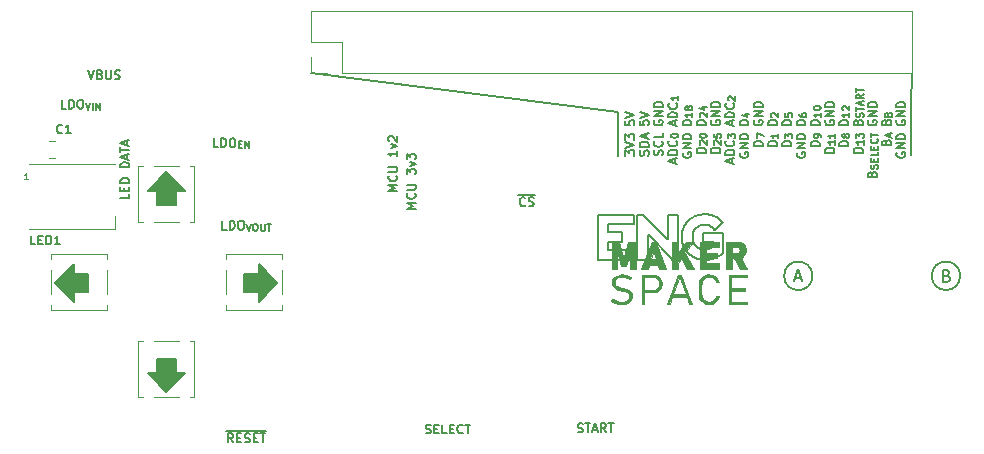
<source format=gbr>
%TF.GenerationSoftware,KiCad,Pcbnew,(6.0.6)*%
%TF.CreationDate,2022-07-15T17:58:13+10:00*%
%TF.ProjectId,SolderingInduction,536f6c64-6572-4696-9e67-496e64756374,1.0.0*%
%TF.SameCoordinates,PX8f0d180PY8f0d180*%
%TF.FileFunction,Legend,Top*%
%TF.FilePolarity,Positive*%
%FSLAX46Y46*%
G04 Gerber Fmt 4.6, Leading zero omitted, Abs format (unit mm)*
G04 Created by KiCad (PCBNEW (6.0.6)) date 2022-07-15 17:58:13*
%MOMM*%
%LPD*%
G01*
G04 APERTURE LIST*
%ADD10C,0.150000*%
%ADD11C,0.125000*%
%ADD12C,0.200000*%
%ADD13C,0.120000*%
G04 APERTURE END LIST*
D10*
X33000000Y11500000D02*
X33165000Y14195000D01*
X33000000Y7250000D02*
X33000000Y11500000D01*
X8250000Y10875000D02*
X-17755000Y14195000D01*
X8250000Y7125000D02*
X8250000Y10875000D01*
X8868035Y10133215D02*
X8868035Y9776072D01*
X9225178Y9740358D01*
X9189464Y9776072D01*
X9153750Y9847500D01*
X9153750Y10026072D01*
X9189464Y10097500D01*
X9225178Y10133215D01*
X9296607Y10168929D01*
X9475178Y10168929D01*
X9546607Y10133215D01*
X9582321Y10097500D01*
X9618035Y10026072D01*
X9618035Y9847500D01*
X9582321Y9776072D01*
X9546607Y9740358D01*
X8868035Y10383215D02*
X9618035Y10633215D01*
X8868035Y10883215D01*
X10075535Y10133215D02*
X10075535Y9776072D01*
X10432678Y9740358D01*
X10396964Y9776072D01*
X10361250Y9847500D01*
X10361250Y10026072D01*
X10396964Y10097500D01*
X10432678Y10133215D01*
X10504107Y10168929D01*
X10682678Y10168929D01*
X10754107Y10133215D01*
X10789821Y10097500D01*
X10825535Y10026072D01*
X10825535Y9847500D01*
X10789821Y9776072D01*
X10754107Y9740358D01*
X10075535Y10383215D02*
X10825535Y10633215D01*
X10075535Y10883215D01*
X11318750Y10168929D02*
X11283035Y10097500D01*
X11283035Y9990358D01*
X11318750Y9883215D01*
X11390178Y9811786D01*
X11461607Y9776072D01*
X11604464Y9740358D01*
X11711607Y9740358D01*
X11854464Y9776072D01*
X11925892Y9811786D01*
X11997321Y9883215D01*
X12033035Y9990358D01*
X12033035Y10061786D01*
X11997321Y10168929D01*
X11961607Y10204643D01*
X11711607Y10204643D01*
X11711607Y10061786D01*
X12033035Y10526072D02*
X11283035Y10526072D01*
X12033035Y10954643D01*
X11283035Y10954643D01*
X12033035Y11311786D02*
X11283035Y11311786D01*
X11283035Y11490358D01*
X11318750Y11597500D01*
X11390178Y11668929D01*
X11461607Y11704643D01*
X11604464Y11740358D01*
X11711607Y11740358D01*
X11854464Y11704643D01*
X11925892Y11668929D01*
X11997321Y11597500D01*
X12033035Y11490358D01*
X12033035Y11311786D01*
X13026250Y9740358D02*
X13026250Y10097500D01*
X13240535Y9668929D02*
X12490535Y9918929D01*
X13240535Y10168929D01*
X13240535Y10418929D02*
X12490535Y10418929D01*
X12490535Y10597500D01*
X12526250Y10704643D01*
X12597678Y10776072D01*
X12669107Y10811786D01*
X12811964Y10847500D01*
X12919107Y10847500D01*
X13061964Y10811786D01*
X13133392Y10776072D01*
X13204821Y10704643D01*
X13240535Y10597500D01*
X13240535Y10418929D01*
X13169107Y11597500D02*
X13204821Y11561786D01*
X13240535Y11454643D01*
X13240535Y11383215D01*
X13204821Y11276072D01*
X13133392Y11204643D01*
X13061964Y11168929D01*
X12919107Y11133215D01*
X12811964Y11133215D01*
X12669107Y11168929D01*
X12597678Y11204643D01*
X12526250Y11276072D01*
X12490535Y11383215D01*
X12490535Y11454643D01*
X12526250Y11561786D01*
X12561964Y11597500D01*
X13322678Y12197500D02*
X13322678Y11854643D01*
X13322678Y12026072D02*
X12722678Y12026072D01*
X12808392Y11968929D01*
X12865535Y11911786D01*
X12894107Y11854643D01*
X14448035Y9776072D02*
X13698035Y9776072D01*
X13698035Y9954643D01*
X13733750Y10061786D01*
X13805178Y10133215D01*
X13876607Y10168929D01*
X14019464Y10204643D01*
X14126607Y10204643D01*
X14269464Y10168929D01*
X14340892Y10133215D01*
X14412321Y10061786D01*
X14448035Y9954643D01*
X14448035Y9776072D01*
X14530178Y10804643D02*
X14530178Y10461786D01*
X14530178Y10633215D02*
X13930178Y10633215D01*
X14015892Y10576072D01*
X14073035Y10518929D01*
X14101607Y10461786D01*
X14187321Y11147500D02*
X14158750Y11090358D01*
X14130178Y11061786D01*
X14073035Y11033215D01*
X14044464Y11033215D01*
X13987321Y11061786D01*
X13958750Y11090358D01*
X13930178Y11147500D01*
X13930178Y11261786D01*
X13958750Y11318929D01*
X13987321Y11347500D01*
X14044464Y11376072D01*
X14073035Y11376072D01*
X14130178Y11347500D01*
X14158750Y11318929D01*
X14187321Y11261786D01*
X14187321Y11147500D01*
X14215892Y11090358D01*
X14244464Y11061786D01*
X14301607Y11033215D01*
X14415892Y11033215D01*
X14473035Y11061786D01*
X14501607Y11090358D01*
X14530178Y11147500D01*
X14530178Y11261786D01*
X14501607Y11318929D01*
X14473035Y11347500D01*
X14415892Y11376072D01*
X14301607Y11376072D01*
X14244464Y11347500D01*
X14215892Y11318929D01*
X14187321Y11261786D01*
X15655535Y9776072D02*
X14905535Y9776072D01*
X14905535Y9954643D01*
X14941250Y10061786D01*
X15012678Y10133215D01*
X15084107Y10168929D01*
X15226964Y10204643D01*
X15334107Y10204643D01*
X15476964Y10168929D01*
X15548392Y10133215D01*
X15619821Y10061786D01*
X15655535Y9954643D01*
X15655535Y9776072D01*
X15194821Y10461786D02*
X15166250Y10490358D01*
X15137678Y10547500D01*
X15137678Y10690358D01*
X15166250Y10747500D01*
X15194821Y10776072D01*
X15251964Y10804643D01*
X15309107Y10804643D01*
X15394821Y10776072D01*
X15737678Y10433215D01*
X15737678Y10804643D01*
X15337678Y11318929D02*
X15737678Y11318929D01*
X15109107Y11176072D02*
X15537678Y11033215D01*
X15537678Y11404643D01*
X16148750Y10168929D02*
X16113035Y10097500D01*
X16113035Y9990358D01*
X16148750Y9883215D01*
X16220178Y9811786D01*
X16291607Y9776072D01*
X16434464Y9740358D01*
X16541607Y9740358D01*
X16684464Y9776072D01*
X16755892Y9811786D01*
X16827321Y9883215D01*
X16863035Y9990358D01*
X16863035Y10061786D01*
X16827321Y10168929D01*
X16791607Y10204643D01*
X16541607Y10204643D01*
X16541607Y10061786D01*
X16863035Y10526072D02*
X16113035Y10526072D01*
X16863035Y10954643D01*
X16113035Y10954643D01*
X16863035Y11311786D02*
X16113035Y11311786D01*
X16113035Y11490358D01*
X16148750Y11597500D01*
X16220178Y11668929D01*
X16291607Y11704643D01*
X16434464Y11740358D01*
X16541607Y11740358D01*
X16684464Y11704643D01*
X16755892Y11668929D01*
X16827321Y11597500D01*
X16863035Y11490358D01*
X16863035Y11311786D01*
X17856250Y9740358D02*
X17856250Y10097500D01*
X18070535Y9668929D02*
X17320535Y9918929D01*
X18070535Y10168929D01*
X18070535Y10418929D02*
X17320535Y10418929D01*
X17320535Y10597500D01*
X17356250Y10704643D01*
X17427678Y10776072D01*
X17499107Y10811786D01*
X17641964Y10847500D01*
X17749107Y10847500D01*
X17891964Y10811786D01*
X17963392Y10776072D01*
X18034821Y10704643D01*
X18070535Y10597500D01*
X18070535Y10418929D01*
X17999107Y11597500D02*
X18034821Y11561786D01*
X18070535Y11454643D01*
X18070535Y11383215D01*
X18034821Y11276072D01*
X17963392Y11204643D01*
X17891964Y11168929D01*
X17749107Y11133215D01*
X17641964Y11133215D01*
X17499107Y11168929D01*
X17427678Y11204643D01*
X17356250Y11276072D01*
X17320535Y11383215D01*
X17320535Y11454643D01*
X17356250Y11561786D01*
X17391964Y11597500D01*
X17609821Y11854643D02*
X17581250Y11883215D01*
X17552678Y11940358D01*
X17552678Y12083215D01*
X17581250Y12140358D01*
X17609821Y12168929D01*
X17666964Y12197500D01*
X17724107Y12197500D01*
X17809821Y12168929D01*
X18152678Y11826072D01*
X18152678Y12197500D01*
X19278035Y9776072D02*
X18528035Y9776072D01*
X18528035Y9954643D01*
X18563750Y10061786D01*
X18635178Y10133215D01*
X18706607Y10168929D01*
X18849464Y10204643D01*
X18956607Y10204643D01*
X19099464Y10168929D01*
X19170892Y10133215D01*
X19242321Y10061786D01*
X19278035Y9954643D01*
X19278035Y9776072D01*
X18960178Y10747500D02*
X19360178Y10747500D01*
X18731607Y10604643D02*
X19160178Y10461786D01*
X19160178Y10833215D01*
X19771250Y10168929D02*
X19735535Y10097500D01*
X19735535Y9990358D01*
X19771250Y9883215D01*
X19842678Y9811786D01*
X19914107Y9776072D01*
X20056964Y9740358D01*
X20164107Y9740358D01*
X20306964Y9776072D01*
X20378392Y9811786D01*
X20449821Y9883215D01*
X20485535Y9990358D01*
X20485535Y10061786D01*
X20449821Y10168929D01*
X20414107Y10204643D01*
X20164107Y10204643D01*
X20164107Y10061786D01*
X20485535Y10526072D02*
X19735535Y10526072D01*
X20485535Y10954643D01*
X19735535Y10954643D01*
X20485535Y11311786D02*
X19735535Y11311786D01*
X19735535Y11490358D01*
X19771250Y11597500D01*
X19842678Y11668929D01*
X19914107Y11704643D01*
X20056964Y11740358D01*
X20164107Y11740358D01*
X20306964Y11704643D01*
X20378392Y11668929D01*
X20449821Y11597500D01*
X20485535Y11490358D01*
X20485535Y11311786D01*
X21693035Y9776072D02*
X20943035Y9776072D01*
X20943035Y9954643D01*
X20978750Y10061786D01*
X21050178Y10133215D01*
X21121607Y10168929D01*
X21264464Y10204643D01*
X21371607Y10204643D01*
X21514464Y10168929D01*
X21585892Y10133215D01*
X21657321Y10061786D01*
X21693035Y9954643D01*
X21693035Y9776072D01*
X21232321Y10461786D02*
X21203750Y10490358D01*
X21175178Y10547500D01*
X21175178Y10690358D01*
X21203750Y10747500D01*
X21232321Y10776072D01*
X21289464Y10804643D01*
X21346607Y10804643D01*
X21432321Y10776072D01*
X21775178Y10433215D01*
X21775178Y10804643D01*
X22900535Y9776072D02*
X22150535Y9776072D01*
X22150535Y9954643D01*
X22186250Y10061786D01*
X22257678Y10133215D01*
X22329107Y10168929D01*
X22471964Y10204643D01*
X22579107Y10204643D01*
X22721964Y10168929D01*
X22793392Y10133215D01*
X22864821Y10061786D01*
X22900535Y9954643D01*
X22900535Y9776072D01*
X22382678Y10776072D02*
X22382678Y10490358D01*
X22668392Y10461786D01*
X22639821Y10490358D01*
X22611250Y10547500D01*
X22611250Y10690358D01*
X22639821Y10747500D01*
X22668392Y10776072D01*
X22725535Y10804643D01*
X22868392Y10804643D01*
X22925535Y10776072D01*
X22954107Y10747500D01*
X22982678Y10690358D01*
X22982678Y10547500D01*
X22954107Y10490358D01*
X22925535Y10461786D01*
X24108035Y9776072D02*
X23358035Y9776072D01*
X23358035Y9954643D01*
X23393750Y10061786D01*
X23465178Y10133215D01*
X23536607Y10168929D01*
X23679464Y10204643D01*
X23786607Y10204643D01*
X23929464Y10168929D01*
X24000892Y10133215D01*
X24072321Y10061786D01*
X24108035Y9954643D01*
X24108035Y9776072D01*
X23590178Y10747500D02*
X23590178Y10633215D01*
X23618750Y10576072D01*
X23647321Y10547500D01*
X23733035Y10490358D01*
X23847321Y10461786D01*
X24075892Y10461786D01*
X24133035Y10490358D01*
X24161607Y10518929D01*
X24190178Y10576072D01*
X24190178Y10690358D01*
X24161607Y10747500D01*
X24133035Y10776072D01*
X24075892Y10804643D01*
X23933035Y10804643D01*
X23875892Y10776072D01*
X23847321Y10747500D01*
X23818750Y10690358D01*
X23818750Y10576072D01*
X23847321Y10518929D01*
X23875892Y10490358D01*
X23933035Y10461786D01*
X25315535Y9776072D02*
X24565535Y9776072D01*
X24565535Y9954643D01*
X24601250Y10061786D01*
X24672678Y10133215D01*
X24744107Y10168929D01*
X24886964Y10204643D01*
X24994107Y10204643D01*
X25136964Y10168929D01*
X25208392Y10133215D01*
X25279821Y10061786D01*
X25315535Y9954643D01*
X25315535Y9776072D01*
X25397678Y10804643D02*
X25397678Y10461786D01*
X25397678Y10633215D02*
X24797678Y10633215D01*
X24883392Y10576072D01*
X24940535Y10518929D01*
X24969107Y10461786D01*
X24797678Y11176072D02*
X24797678Y11233215D01*
X24826250Y11290358D01*
X24854821Y11318929D01*
X24911964Y11347500D01*
X25026250Y11376072D01*
X25169107Y11376072D01*
X25283392Y11347500D01*
X25340535Y11318929D01*
X25369107Y11290358D01*
X25397678Y11233215D01*
X25397678Y11176072D01*
X25369107Y11118929D01*
X25340535Y11090358D01*
X25283392Y11061786D01*
X25169107Y11033215D01*
X25026250Y11033215D01*
X24911964Y11061786D01*
X24854821Y11090358D01*
X24826250Y11118929D01*
X24797678Y11176072D01*
X25808750Y10168929D02*
X25773035Y10097500D01*
X25773035Y9990358D01*
X25808750Y9883215D01*
X25880178Y9811786D01*
X25951607Y9776072D01*
X26094464Y9740358D01*
X26201607Y9740358D01*
X26344464Y9776072D01*
X26415892Y9811786D01*
X26487321Y9883215D01*
X26523035Y9990358D01*
X26523035Y10061786D01*
X26487321Y10168929D01*
X26451607Y10204643D01*
X26201607Y10204643D01*
X26201607Y10061786D01*
X26523035Y10526072D02*
X25773035Y10526072D01*
X26523035Y10954643D01*
X25773035Y10954643D01*
X26523035Y11311786D02*
X25773035Y11311786D01*
X25773035Y11490358D01*
X25808750Y11597500D01*
X25880178Y11668929D01*
X25951607Y11704643D01*
X26094464Y11740358D01*
X26201607Y11740358D01*
X26344464Y11704643D01*
X26415892Y11668929D01*
X26487321Y11597500D01*
X26523035Y11490358D01*
X26523035Y11311786D01*
X27730535Y9776072D02*
X26980535Y9776072D01*
X26980535Y9954643D01*
X27016250Y10061786D01*
X27087678Y10133215D01*
X27159107Y10168929D01*
X27301964Y10204643D01*
X27409107Y10204643D01*
X27551964Y10168929D01*
X27623392Y10133215D01*
X27694821Y10061786D01*
X27730535Y9954643D01*
X27730535Y9776072D01*
X27812678Y10804643D02*
X27812678Y10461786D01*
X27812678Y10633215D02*
X27212678Y10633215D01*
X27298392Y10576072D01*
X27355535Y10518929D01*
X27384107Y10461786D01*
X27269821Y11033215D02*
X27241250Y11061786D01*
X27212678Y11118929D01*
X27212678Y11261786D01*
X27241250Y11318929D01*
X27269821Y11347500D01*
X27326964Y11376072D01*
X27384107Y11376072D01*
X27469821Y11347500D01*
X27812678Y11004643D01*
X27812678Y11376072D01*
X28545178Y10026072D02*
X28580892Y10133215D01*
X28616607Y10168929D01*
X28688035Y10204643D01*
X28795178Y10204643D01*
X28866607Y10168929D01*
X28902321Y10133215D01*
X28938035Y10061786D01*
X28938035Y9776072D01*
X28188035Y9776072D01*
X28188035Y10026072D01*
X28223750Y10097500D01*
X28259464Y10133215D01*
X28330892Y10168929D01*
X28402321Y10168929D01*
X28473750Y10133215D01*
X28509464Y10097500D01*
X28545178Y10026072D01*
X28545178Y9776072D01*
X28991607Y10461786D02*
X29020178Y10547500D01*
X29020178Y10690358D01*
X28991607Y10747500D01*
X28963035Y10776072D01*
X28905892Y10804643D01*
X28848750Y10804643D01*
X28791607Y10776072D01*
X28763035Y10747500D01*
X28734464Y10690358D01*
X28705892Y10576072D01*
X28677321Y10518929D01*
X28648750Y10490358D01*
X28591607Y10461786D01*
X28534464Y10461786D01*
X28477321Y10490358D01*
X28448750Y10518929D01*
X28420178Y10576072D01*
X28420178Y10718929D01*
X28448750Y10804643D01*
X28420178Y10976072D02*
X28420178Y11318929D01*
X29020178Y11147500D02*
X28420178Y11147500D01*
X28848750Y11490358D02*
X28848750Y11776072D01*
X29020178Y11433215D02*
X28420178Y11633215D01*
X29020178Y11833215D01*
X29020178Y12376072D02*
X28734464Y12176072D01*
X29020178Y12033215D02*
X28420178Y12033215D01*
X28420178Y12261786D01*
X28448750Y12318929D01*
X28477321Y12347500D01*
X28534464Y12376072D01*
X28620178Y12376072D01*
X28677321Y12347500D01*
X28705892Y12318929D01*
X28734464Y12261786D01*
X28734464Y12033215D01*
X28420178Y12547500D02*
X28420178Y12890358D01*
X29020178Y12718929D02*
X28420178Y12718929D01*
X29431250Y10168929D02*
X29395535Y10097500D01*
X29395535Y9990358D01*
X29431250Y9883215D01*
X29502678Y9811786D01*
X29574107Y9776072D01*
X29716964Y9740358D01*
X29824107Y9740358D01*
X29966964Y9776072D01*
X30038392Y9811786D01*
X30109821Y9883215D01*
X30145535Y9990358D01*
X30145535Y10061786D01*
X30109821Y10168929D01*
X30074107Y10204643D01*
X29824107Y10204643D01*
X29824107Y10061786D01*
X30145535Y10526072D02*
X29395535Y10526072D01*
X30145535Y10954643D01*
X29395535Y10954643D01*
X30145535Y11311786D02*
X29395535Y11311786D01*
X29395535Y11490358D01*
X29431250Y11597500D01*
X29502678Y11668929D01*
X29574107Y11704643D01*
X29716964Y11740358D01*
X29824107Y11740358D01*
X29966964Y11704643D01*
X30038392Y11668929D01*
X30109821Y11597500D01*
X30145535Y11490358D01*
X30145535Y11311786D01*
X30960178Y10026072D02*
X30995892Y10133215D01*
X31031607Y10168929D01*
X31103035Y10204643D01*
X31210178Y10204643D01*
X31281607Y10168929D01*
X31317321Y10133215D01*
X31353035Y10061786D01*
X31353035Y9776072D01*
X30603035Y9776072D01*
X30603035Y10026072D01*
X30638750Y10097500D01*
X30674464Y10133215D01*
X30745892Y10168929D01*
X30817321Y10168929D01*
X30888750Y10133215D01*
X30924464Y10097500D01*
X30960178Y10026072D01*
X30960178Y9776072D01*
X31120892Y10690358D02*
X31149464Y10776072D01*
X31178035Y10804643D01*
X31235178Y10833215D01*
X31320892Y10833215D01*
X31378035Y10804643D01*
X31406607Y10776072D01*
X31435178Y10718929D01*
X31435178Y10490358D01*
X30835178Y10490358D01*
X30835178Y10690358D01*
X30863750Y10747500D01*
X30892321Y10776072D01*
X30949464Y10804643D01*
X31006607Y10804643D01*
X31063750Y10776072D01*
X31092321Y10747500D01*
X31120892Y10690358D01*
X31120892Y10490358D01*
X31846250Y10168929D02*
X31810535Y10097500D01*
X31810535Y9990358D01*
X31846250Y9883215D01*
X31917678Y9811786D01*
X31989107Y9776072D01*
X32131964Y9740358D01*
X32239107Y9740358D01*
X32381964Y9776072D01*
X32453392Y9811786D01*
X32524821Y9883215D01*
X32560535Y9990358D01*
X32560535Y10061786D01*
X32524821Y10168929D01*
X32489107Y10204643D01*
X32239107Y10204643D01*
X32239107Y10061786D01*
X32560535Y10526072D02*
X31810535Y10526072D01*
X32560535Y10954643D01*
X31810535Y10954643D01*
X32560535Y11311786D02*
X31810535Y11311786D01*
X31810535Y11490358D01*
X31846250Y11597500D01*
X31917678Y11668929D01*
X31989107Y11704643D01*
X32131964Y11740358D01*
X32239107Y11740358D01*
X32381964Y11704643D01*
X32453392Y11668929D01*
X32524821Y11597500D01*
X32560535Y11490358D01*
X32560535Y11311786D01*
G36*
X-20600000Y-3599999D02*
G01*
X-22200000Y-5200000D01*
X-22200000Y-4400000D01*
X-23400000Y-4400000D01*
X-23400000Y-2800000D01*
X-22200000Y-2800000D01*
X-22199999Y-2000000D01*
X-20600000Y-3599999D01*
G37*
X-20600000Y-3599999D02*
X-22200000Y-5200000D01*
X-22200000Y-4400000D01*
X-23400000Y-4400000D01*
X-23400000Y-2800000D01*
X-22200000Y-2800000D01*
X-22199999Y-2000000D01*
X-20600000Y-3599999D01*
X24700000Y-3000000D02*
G75*
G03*
X24700000Y-3000000I-1204159J0D01*
G01*
X37204159Y-2995841D02*
G75*
G03*
X37204159Y-2995841I-1204159J0D01*
G01*
G36*
X-28400000Y4200000D02*
G01*
X-29200000Y4200000D01*
X-29200000Y3000000D01*
X-30800000Y3000000D01*
X-30800000Y4200000D01*
X-31600000Y4200001D01*
X-30000001Y5800000D01*
X-28400000Y4200000D01*
G37*
X-28400000Y4200000D02*
X-29200000Y4200000D01*
X-29200000Y3000000D01*
X-30800000Y3000000D01*
X-30800000Y4200000D01*
X-31600000Y4200001D01*
X-30000001Y5800000D01*
X-28400000Y4200000D01*
G36*
X-37800000Y-2800000D02*
G01*
X-36600000Y-2800000D01*
X-36600000Y-4400000D01*
X-37800000Y-4400000D01*
X-37800001Y-5200000D01*
X-39400000Y-3600001D01*
X-37800000Y-2000000D01*
X-37800000Y-2800000D01*
G37*
X-37800000Y-2800000D02*
X-36600000Y-2800000D01*
X-36600000Y-4400000D01*
X-37800000Y-4400000D01*
X-37800001Y-5200000D01*
X-39400000Y-3600001D01*
X-37800000Y-2000000D01*
X-37800000Y-2800000D01*
G36*
X-29200000Y-11200000D02*
G01*
X-28400000Y-11200000D01*
X-30000000Y-12800000D01*
X-31600000Y-11200000D01*
X-30800000Y-11200000D01*
X-30800000Y-10000000D01*
X-29200000Y-10000000D01*
X-29200000Y-11200000D01*
G37*
X-29200000Y-11200000D02*
X-28400000Y-11200000D01*
X-30000000Y-12800000D01*
X-31600000Y-11200000D01*
X-30800000Y-11200000D01*
X-30800000Y-10000000D01*
X-29200000Y-10000000D01*
X-29200000Y-11200000D01*
X-8057143Y-16303571D02*
X-7950000Y-16339285D01*
X-7771429Y-16339285D01*
X-7700000Y-16303571D01*
X-7664286Y-16267857D01*
X-7628572Y-16196428D01*
X-7628572Y-16125000D01*
X-7664286Y-16053571D01*
X-7700000Y-16017857D01*
X-7771429Y-15982142D01*
X-7914286Y-15946428D01*
X-7985715Y-15910714D01*
X-8021429Y-15875000D01*
X-8057143Y-15803571D01*
X-8057143Y-15732142D01*
X-8021429Y-15660714D01*
X-7985715Y-15625000D01*
X-7914286Y-15589285D01*
X-7735715Y-15589285D01*
X-7628572Y-15625000D01*
X-7307143Y-15946428D02*
X-7057143Y-15946428D01*
X-6950000Y-16339285D02*
X-7307143Y-16339285D01*
X-7307143Y-15589285D01*
X-6950000Y-15589285D01*
X-6271429Y-16339285D02*
X-6628572Y-16339285D01*
X-6628572Y-15589285D01*
X-6021429Y-15946428D02*
X-5771429Y-15946428D01*
X-5664286Y-16339285D02*
X-6021429Y-16339285D01*
X-6021429Y-15589285D01*
X-5664286Y-15589285D01*
X-4914286Y-16267857D02*
X-4950000Y-16303571D01*
X-5057143Y-16339285D01*
X-5128572Y-16339285D01*
X-5235715Y-16303571D01*
X-5307143Y-16232142D01*
X-5342858Y-16160714D01*
X-5378572Y-16017857D01*
X-5378572Y-15910714D01*
X-5342858Y-15767857D01*
X-5307143Y-15696428D01*
X-5235715Y-15625000D01*
X-5128572Y-15589285D01*
X-5057143Y-15589285D01*
X-4950000Y-15625000D01*
X-4914286Y-15660714D01*
X-4700000Y-15589285D02*
X-4271429Y-15589285D01*
X-4485715Y-16339285D02*
X-4485715Y-15589285D01*
X4817857Y-16203571D02*
X4925000Y-16239285D01*
X5103571Y-16239285D01*
X5175000Y-16203571D01*
X5210714Y-16167857D01*
X5246428Y-16096428D01*
X5246428Y-16025000D01*
X5210714Y-15953571D01*
X5175000Y-15917857D01*
X5103571Y-15882142D01*
X4960714Y-15846428D01*
X4889285Y-15810714D01*
X4853571Y-15775000D01*
X4817857Y-15703571D01*
X4817857Y-15632142D01*
X4853571Y-15560714D01*
X4889285Y-15525000D01*
X4960714Y-15489285D01*
X5139285Y-15489285D01*
X5246428Y-15525000D01*
X5460714Y-15489285D02*
X5889285Y-15489285D01*
X5675000Y-16239285D02*
X5675000Y-15489285D01*
X6103571Y-16025000D02*
X6460714Y-16025000D01*
X6032142Y-16239285D02*
X6282142Y-15489285D01*
X6532142Y-16239285D01*
X7210714Y-16239285D02*
X6960714Y-15882142D01*
X6782142Y-16239285D02*
X6782142Y-15489285D01*
X7067857Y-15489285D01*
X7139285Y-15525000D01*
X7175000Y-15560714D01*
X7210714Y-15632142D01*
X7210714Y-15739285D01*
X7175000Y-15810714D01*
X7139285Y-15846428D01*
X7067857Y-15882142D01*
X6782142Y-15882142D01*
X7425000Y-15489285D02*
X7853571Y-15489285D01*
X7639285Y-16239285D02*
X7639285Y-15489285D01*
X36071428Y-2978571D02*
X36214285Y-3026190D01*
X36261904Y-3073809D01*
X36309523Y-3169047D01*
X36309523Y-3311904D01*
X36261904Y-3407142D01*
X36214285Y-3454761D01*
X36119047Y-3502380D01*
X35738095Y-3502380D01*
X35738095Y-2502380D01*
X36071428Y-2502380D01*
X36166666Y-2550000D01*
X36214285Y-2597619D01*
X36261904Y-2692857D01*
X36261904Y-2788095D01*
X36214285Y-2883333D01*
X36166666Y-2930952D01*
X36071428Y-2978571D01*
X35738095Y-2978571D01*
X23261904Y-3166666D02*
X23738095Y-3166666D01*
X23166666Y-3452380D02*
X23500000Y-2452380D01*
X23833333Y-3452380D01*
X8868035Y7188215D02*
X8868035Y7652500D01*
X9153750Y7402500D01*
X9153750Y7509643D01*
X9189464Y7581072D01*
X9225178Y7616786D01*
X9296607Y7652500D01*
X9475178Y7652500D01*
X9546607Y7616786D01*
X9582321Y7581072D01*
X9618035Y7509643D01*
X9618035Y7295358D01*
X9582321Y7223929D01*
X9546607Y7188215D01*
X8868035Y7866786D02*
X9618035Y8116786D01*
X8868035Y8366786D01*
X8868035Y8545358D02*
X8868035Y9009643D01*
X9153750Y8759643D01*
X9153750Y8866786D01*
X9189464Y8938215D01*
X9225178Y8973929D01*
X9296607Y9009643D01*
X9475178Y9009643D01*
X9546607Y8973929D01*
X9582321Y8938215D01*
X9618035Y8866786D01*
X9618035Y8652500D01*
X9582321Y8581072D01*
X9546607Y8545358D01*
X10789821Y7188215D02*
X10825535Y7295358D01*
X10825535Y7473929D01*
X10789821Y7545358D01*
X10754107Y7581072D01*
X10682678Y7616786D01*
X10611250Y7616786D01*
X10539821Y7581072D01*
X10504107Y7545358D01*
X10468392Y7473929D01*
X10432678Y7331072D01*
X10396964Y7259643D01*
X10361250Y7223929D01*
X10289821Y7188215D01*
X10218392Y7188215D01*
X10146964Y7223929D01*
X10111250Y7259643D01*
X10075535Y7331072D01*
X10075535Y7509643D01*
X10111250Y7616786D01*
X10825535Y7938215D02*
X10075535Y7938215D01*
X10075535Y8116786D01*
X10111250Y8223929D01*
X10182678Y8295358D01*
X10254107Y8331072D01*
X10396964Y8366786D01*
X10504107Y8366786D01*
X10646964Y8331072D01*
X10718392Y8295358D01*
X10789821Y8223929D01*
X10825535Y8116786D01*
X10825535Y7938215D01*
X10611250Y8652500D02*
X10611250Y9009643D01*
X10825535Y8581072D02*
X10075535Y8831072D01*
X10825535Y9081072D01*
X11997321Y7223929D02*
X12033035Y7331072D01*
X12033035Y7509643D01*
X11997321Y7581072D01*
X11961607Y7616786D01*
X11890178Y7652500D01*
X11818750Y7652500D01*
X11747321Y7616786D01*
X11711607Y7581072D01*
X11675892Y7509643D01*
X11640178Y7366786D01*
X11604464Y7295358D01*
X11568750Y7259643D01*
X11497321Y7223929D01*
X11425892Y7223929D01*
X11354464Y7259643D01*
X11318750Y7295358D01*
X11283035Y7366786D01*
X11283035Y7545358D01*
X11318750Y7652500D01*
X11961607Y8402500D02*
X11997321Y8366786D01*
X12033035Y8259643D01*
X12033035Y8188215D01*
X11997321Y8081072D01*
X11925892Y8009643D01*
X11854464Y7973929D01*
X11711607Y7938215D01*
X11604464Y7938215D01*
X11461607Y7973929D01*
X11390178Y8009643D01*
X11318750Y8081072D01*
X11283035Y8188215D01*
X11283035Y8259643D01*
X11318750Y8366786D01*
X11354464Y8402500D01*
X12033035Y9081072D02*
X12033035Y8723929D01*
X11283035Y8723929D01*
X13026250Y6581072D02*
X13026250Y6938215D01*
X13240535Y6509643D02*
X12490535Y6759643D01*
X13240535Y7009643D01*
X13240535Y7259643D02*
X12490535Y7259643D01*
X12490535Y7438215D01*
X12526250Y7545358D01*
X12597678Y7616786D01*
X12669107Y7652500D01*
X12811964Y7688215D01*
X12919107Y7688215D01*
X13061964Y7652500D01*
X13133392Y7616786D01*
X13204821Y7545358D01*
X13240535Y7438215D01*
X13240535Y7259643D01*
X13169107Y8438215D02*
X13204821Y8402500D01*
X13240535Y8295358D01*
X13240535Y8223929D01*
X13204821Y8116786D01*
X13133392Y8045358D01*
X13061964Y8009643D01*
X12919107Y7973929D01*
X12811964Y7973929D01*
X12669107Y8009643D01*
X12597678Y8045358D01*
X12526250Y8116786D01*
X12490535Y8223929D01*
X12490535Y8295358D01*
X12526250Y8402500D01*
X12561964Y8438215D01*
X12722678Y8838215D02*
X12722678Y8895358D01*
X12751250Y8952500D01*
X12779821Y8981072D01*
X12836964Y9009643D01*
X12951250Y9038215D01*
X13094107Y9038215D01*
X13208392Y9009643D01*
X13265535Y8981072D01*
X13294107Y8952500D01*
X13322678Y8895358D01*
X13322678Y8838215D01*
X13294107Y8781072D01*
X13265535Y8752500D01*
X13208392Y8723929D01*
X13094107Y8695358D01*
X12951250Y8695358D01*
X12836964Y8723929D01*
X12779821Y8752500D01*
X12751250Y8781072D01*
X12722678Y8838215D01*
X13733750Y7438215D02*
X13698035Y7366786D01*
X13698035Y7259643D01*
X13733750Y7152500D01*
X13805178Y7081072D01*
X13876607Y7045358D01*
X14019464Y7009643D01*
X14126607Y7009643D01*
X14269464Y7045358D01*
X14340892Y7081072D01*
X14412321Y7152500D01*
X14448035Y7259643D01*
X14448035Y7331072D01*
X14412321Y7438215D01*
X14376607Y7473929D01*
X14126607Y7473929D01*
X14126607Y7331072D01*
X14448035Y7795358D02*
X13698035Y7795358D01*
X14448035Y8223929D01*
X13698035Y8223929D01*
X14448035Y8581072D02*
X13698035Y8581072D01*
X13698035Y8759643D01*
X13733750Y8866786D01*
X13805178Y8938215D01*
X13876607Y8973929D01*
X14019464Y9009643D01*
X14126607Y9009643D01*
X14269464Y8973929D01*
X14340892Y8938215D01*
X14412321Y8866786D01*
X14448035Y8759643D01*
X14448035Y8581072D01*
X15655535Y7438215D02*
X14905535Y7438215D01*
X14905535Y7616786D01*
X14941250Y7723929D01*
X15012678Y7795358D01*
X15084107Y7831072D01*
X15226964Y7866786D01*
X15334107Y7866786D01*
X15476964Y7831072D01*
X15548392Y7795358D01*
X15619821Y7723929D01*
X15655535Y7616786D01*
X15655535Y7438215D01*
X15194821Y8123929D02*
X15166250Y8152500D01*
X15137678Y8209643D01*
X15137678Y8352500D01*
X15166250Y8409643D01*
X15194821Y8438215D01*
X15251964Y8466786D01*
X15309107Y8466786D01*
X15394821Y8438215D01*
X15737678Y8095358D01*
X15737678Y8466786D01*
X15137678Y8838215D02*
X15137678Y8895358D01*
X15166250Y8952500D01*
X15194821Y8981072D01*
X15251964Y9009643D01*
X15366250Y9038215D01*
X15509107Y9038215D01*
X15623392Y9009643D01*
X15680535Y8981072D01*
X15709107Y8952500D01*
X15737678Y8895358D01*
X15737678Y8838215D01*
X15709107Y8781072D01*
X15680535Y8752500D01*
X15623392Y8723929D01*
X15509107Y8695358D01*
X15366250Y8695358D01*
X15251964Y8723929D01*
X15194821Y8752500D01*
X15166250Y8781072D01*
X15137678Y8838215D01*
X16863035Y7438215D02*
X16113035Y7438215D01*
X16113035Y7616786D01*
X16148750Y7723929D01*
X16220178Y7795358D01*
X16291607Y7831072D01*
X16434464Y7866786D01*
X16541607Y7866786D01*
X16684464Y7831072D01*
X16755892Y7795358D01*
X16827321Y7723929D01*
X16863035Y7616786D01*
X16863035Y7438215D01*
X16402321Y8123929D02*
X16373750Y8152500D01*
X16345178Y8209643D01*
X16345178Y8352500D01*
X16373750Y8409643D01*
X16402321Y8438215D01*
X16459464Y8466786D01*
X16516607Y8466786D01*
X16602321Y8438215D01*
X16945178Y8095358D01*
X16945178Y8466786D01*
X16345178Y9009643D02*
X16345178Y8723929D01*
X16630892Y8695358D01*
X16602321Y8723929D01*
X16573750Y8781072D01*
X16573750Y8923929D01*
X16602321Y8981072D01*
X16630892Y9009643D01*
X16688035Y9038215D01*
X16830892Y9038215D01*
X16888035Y9009643D01*
X16916607Y8981072D01*
X16945178Y8923929D01*
X16945178Y8781072D01*
X16916607Y8723929D01*
X16888035Y8695358D01*
X17856250Y6581072D02*
X17856250Y6938215D01*
X18070535Y6509643D02*
X17320535Y6759643D01*
X18070535Y7009643D01*
X18070535Y7259643D02*
X17320535Y7259643D01*
X17320535Y7438215D01*
X17356250Y7545358D01*
X17427678Y7616786D01*
X17499107Y7652500D01*
X17641964Y7688215D01*
X17749107Y7688215D01*
X17891964Y7652500D01*
X17963392Y7616786D01*
X18034821Y7545358D01*
X18070535Y7438215D01*
X18070535Y7259643D01*
X17999107Y8438215D02*
X18034821Y8402500D01*
X18070535Y8295358D01*
X18070535Y8223929D01*
X18034821Y8116786D01*
X17963392Y8045358D01*
X17891964Y8009643D01*
X17749107Y7973929D01*
X17641964Y7973929D01*
X17499107Y8009643D01*
X17427678Y8045358D01*
X17356250Y8116786D01*
X17320535Y8223929D01*
X17320535Y8295358D01*
X17356250Y8402500D01*
X17391964Y8438215D01*
X17552678Y8666786D02*
X17552678Y9038215D01*
X17781250Y8838215D01*
X17781250Y8923929D01*
X17809821Y8981072D01*
X17838392Y9009643D01*
X17895535Y9038215D01*
X18038392Y9038215D01*
X18095535Y9009643D01*
X18124107Y8981072D01*
X18152678Y8923929D01*
X18152678Y8752500D01*
X18124107Y8695358D01*
X18095535Y8666786D01*
X18563750Y7438215D02*
X18528035Y7366786D01*
X18528035Y7259643D01*
X18563750Y7152500D01*
X18635178Y7081072D01*
X18706607Y7045358D01*
X18849464Y7009643D01*
X18956607Y7009643D01*
X19099464Y7045358D01*
X19170892Y7081072D01*
X19242321Y7152500D01*
X19278035Y7259643D01*
X19278035Y7331072D01*
X19242321Y7438215D01*
X19206607Y7473929D01*
X18956607Y7473929D01*
X18956607Y7331072D01*
X19278035Y7795358D02*
X18528035Y7795358D01*
X19278035Y8223929D01*
X18528035Y8223929D01*
X19278035Y8581072D02*
X18528035Y8581072D01*
X18528035Y8759643D01*
X18563750Y8866786D01*
X18635178Y8938215D01*
X18706607Y8973929D01*
X18849464Y9009643D01*
X18956607Y9009643D01*
X19099464Y8973929D01*
X19170892Y8938215D01*
X19242321Y8866786D01*
X19278035Y8759643D01*
X19278035Y8581072D01*
X20485535Y8009643D02*
X19735535Y8009643D01*
X19735535Y8188215D01*
X19771250Y8295358D01*
X19842678Y8366786D01*
X19914107Y8402500D01*
X20056964Y8438215D01*
X20164107Y8438215D01*
X20306964Y8402500D01*
X20378392Y8366786D01*
X20449821Y8295358D01*
X20485535Y8188215D01*
X20485535Y8009643D01*
X19967678Y8666786D02*
X19967678Y9066786D01*
X20567678Y8809643D01*
X21693035Y8009643D02*
X20943035Y8009643D01*
X20943035Y8188215D01*
X20978750Y8295358D01*
X21050178Y8366786D01*
X21121607Y8402500D01*
X21264464Y8438215D01*
X21371607Y8438215D01*
X21514464Y8402500D01*
X21585892Y8366786D01*
X21657321Y8295358D01*
X21693035Y8188215D01*
X21693035Y8009643D01*
X21775178Y9038215D02*
X21775178Y8695358D01*
X21775178Y8866786D02*
X21175178Y8866786D01*
X21260892Y8809643D01*
X21318035Y8752500D01*
X21346607Y8695358D01*
X22900535Y8009643D02*
X22150535Y8009643D01*
X22150535Y8188215D01*
X22186250Y8295358D01*
X22257678Y8366786D01*
X22329107Y8402500D01*
X22471964Y8438215D01*
X22579107Y8438215D01*
X22721964Y8402500D01*
X22793392Y8366786D01*
X22864821Y8295358D01*
X22900535Y8188215D01*
X22900535Y8009643D01*
X22382678Y8666786D02*
X22382678Y9038215D01*
X22611250Y8838215D01*
X22611250Y8923929D01*
X22639821Y8981072D01*
X22668392Y9009643D01*
X22725535Y9038215D01*
X22868392Y9038215D01*
X22925535Y9009643D01*
X22954107Y8981072D01*
X22982678Y8923929D01*
X22982678Y8752500D01*
X22954107Y8695358D01*
X22925535Y8666786D01*
X23393750Y7438215D02*
X23358035Y7366786D01*
X23358035Y7259643D01*
X23393750Y7152500D01*
X23465178Y7081072D01*
X23536607Y7045358D01*
X23679464Y7009643D01*
X23786607Y7009643D01*
X23929464Y7045358D01*
X24000892Y7081072D01*
X24072321Y7152500D01*
X24108035Y7259643D01*
X24108035Y7331072D01*
X24072321Y7438215D01*
X24036607Y7473929D01*
X23786607Y7473929D01*
X23786607Y7331072D01*
X24108035Y7795358D02*
X23358035Y7795358D01*
X24108035Y8223929D01*
X23358035Y8223929D01*
X24108035Y8581072D02*
X23358035Y8581072D01*
X23358035Y8759643D01*
X23393750Y8866786D01*
X23465178Y8938215D01*
X23536607Y8973929D01*
X23679464Y9009643D01*
X23786607Y9009643D01*
X23929464Y8973929D01*
X24000892Y8938215D01*
X24072321Y8866786D01*
X24108035Y8759643D01*
X24108035Y8581072D01*
X25315535Y8009643D02*
X24565535Y8009643D01*
X24565535Y8188215D01*
X24601250Y8295358D01*
X24672678Y8366786D01*
X24744107Y8402500D01*
X24886964Y8438215D01*
X24994107Y8438215D01*
X25136964Y8402500D01*
X25208392Y8366786D01*
X25279821Y8295358D01*
X25315535Y8188215D01*
X25315535Y8009643D01*
X25397678Y8752500D02*
X25397678Y8866786D01*
X25369107Y8923929D01*
X25340535Y8952500D01*
X25254821Y9009643D01*
X25140535Y9038215D01*
X24911964Y9038215D01*
X24854821Y9009643D01*
X24826250Y8981072D01*
X24797678Y8923929D01*
X24797678Y8809643D01*
X24826250Y8752500D01*
X24854821Y8723929D01*
X24911964Y8695358D01*
X25054821Y8695358D01*
X25111964Y8723929D01*
X25140535Y8752500D01*
X25169107Y8809643D01*
X25169107Y8923929D01*
X25140535Y8981072D01*
X25111964Y9009643D01*
X25054821Y9038215D01*
X26523035Y7438215D02*
X25773035Y7438215D01*
X25773035Y7616786D01*
X25808750Y7723929D01*
X25880178Y7795358D01*
X25951607Y7831072D01*
X26094464Y7866786D01*
X26201607Y7866786D01*
X26344464Y7831072D01*
X26415892Y7795358D01*
X26487321Y7723929D01*
X26523035Y7616786D01*
X26523035Y7438215D01*
X26605178Y8466786D02*
X26605178Y8123929D01*
X26605178Y8295358D02*
X26005178Y8295358D01*
X26090892Y8238215D01*
X26148035Y8181072D01*
X26176607Y8123929D01*
X26605178Y9038215D02*
X26605178Y8695358D01*
X26605178Y8866786D02*
X26005178Y8866786D01*
X26090892Y8809643D01*
X26148035Y8752500D01*
X26176607Y8695358D01*
X27730535Y8009643D02*
X26980535Y8009643D01*
X26980535Y8188215D01*
X27016250Y8295358D01*
X27087678Y8366786D01*
X27159107Y8402500D01*
X27301964Y8438215D01*
X27409107Y8438215D01*
X27551964Y8402500D01*
X27623392Y8366786D01*
X27694821Y8295358D01*
X27730535Y8188215D01*
X27730535Y8009643D01*
X27469821Y8809643D02*
X27441250Y8752500D01*
X27412678Y8723929D01*
X27355535Y8695358D01*
X27326964Y8695358D01*
X27269821Y8723929D01*
X27241250Y8752500D01*
X27212678Y8809643D01*
X27212678Y8923929D01*
X27241250Y8981072D01*
X27269821Y9009643D01*
X27326964Y9038215D01*
X27355535Y9038215D01*
X27412678Y9009643D01*
X27441250Y8981072D01*
X27469821Y8923929D01*
X27469821Y8809643D01*
X27498392Y8752500D01*
X27526964Y8723929D01*
X27584107Y8695358D01*
X27698392Y8695358D01*
X27755535Y8723929D01*
X27784107Y8752500D01*
X27812678Y8809643D01*
X27812678Y8923929D01*
X27784107Y8981072D01*
X27755535Y9009643D01*
X27698392Y9038215D01*
X27584107Y9038215D01*
X27526964Y9009643D01*
X27498392Y8981072D01*
X27469821Y8923929D01*
X28938035Y7438215D02*
X28188035Y7438215D01*
X28188035Y7616786D01*
X28223750Y7723929D01*
X28295178Y7795358D01*
X28366607Y7831072D01*
X28509464Y7866786D01*
X28616607Y7866786D01*
X28759464Y7831072D01*
X28830892Y7795358D01*
X28902321Y7723929D01*
X28938035Y7616786D01*
X28938035Y7438215D01*
X29020178Y8466786D02*
X29020178Y8123929D01*
X29020178Y8295358D02*
X28420178Y8295358D01*
X28505892Y8238215D01*
X28563035Y8181072D01*
X28591607Y8123929D01*
X28420178Y8666786D02*
X28420178Y9038215D01*
X28648750Y8838215D01*
X28648750Y8923929D01*
X28677321Y8981072D01*
X28705892Y9009643D01*
X28763035Y9038215D01*
X28905892Y9038215D01*
X28963035Y9009643D01*
X28991607Y8981072D01*
X29020178Y8923929D01*
X29020178Y8752500D01*
X28991607Y8695358D01*
X28963035Y8666786D01*
X29752678Y5631072D02*
X29788392Y5738215D01*
X29824107Y5773929D01*
X29895535Y5809643D01*
X30002678Y5809643D01*
X30074107Y5773929D01*
X30109821Y5738215D01*
X30145535Y5666786D01*
X30145535Y5381072D01*
X29395535Y5381072D01*
X29395535Y5631072D01*
X29431250Y5702500D01*
X29466964Y5738215D01*
X29538392Y5773929D01*
X29609821Y5773929D01*
X29681250Y5738215D01*
X29716964Y5702500D01*
X29752678Y5631072D01*
X29752678Y5381072D01*
X30199107Y6066786D02*
X30227678Y6152500D01*
X30227678Y6295358D01*
X30199107Y6352500D01*
X30170535Y6381072D01*
X30113392Y6409643D01*
X30056250Y6409643D01*
X29999107Y6381072D01*
X29970535Y6352500D01*
X29941964Y6295358D01*
X29913392Y6181072D01*
X29884821Y6123929D01*
X29856250Y6095358D01*
X29799107Y6066786D01*
X29741964Y6066786D01*
X29684821Y6095358D01*
X29656250Y6123929D01*
X29627678Y6181072D01*
X29627678Y6323929D01*
X29656250Y6409643D01*
X29913392Y6666786D02*
X29913392Y6866786D01*
X30227678Y6952500D02*
X30227678Y6666786D01*
X29627678Y6666786D01*
X29627678Y6952500D01*
X30227678Y7495358D02*
X30227678Y7209643D01*
X29627678Y7209643D01*
X29913392Y7695358D02*
X29913392Y7895358D01*
X30227678Y7981072D02*
X30227678Y7695358D01*
X29627678Y7695358D01*
X29627678Y7981072D01*
X30170535Y8581072D02*
X30199107Y8552500D01*
X30227678Y8466786D01*
X30227678Y8409643D01*
X30199107Y8323929D01*
X30141964Y8266786D01*
X30084821Y8238215D01*
X29970535Y8209643D01*
X29884821Y8209643D01*
X29770535Y8238215D01*
X29713392Y8266786D01*
X29656250Y8323929D01*
X29627678Y8409643D01*
X29627678Y8466786D01*
X29656250Y8552500D01*
X29684821Y8581072D01*
X29627678Y8752500D02*
X29627678Y9095358D01*
X30227678Y8923929D02*
X29627678Y8923929D01*
X30960178Y8316786D02*
X30995892Y8423929D01*
X31031607Y8459643D01*
X31103035Y8495358D01*
X31210178Y8495358D01*
X31281607Y8459643D01*
X31317321Y8423929D01*
X31353035Y8352500D01*
X31353035Y8066786D01*
X30603035Y8066786D01*
X30603035Y8316786D01*
X30638750Y8388215D01*
X30674464Y8423929D01*
X30745892Y8459643D01*
X30817321Y8459643D01*
X30888750Y8423929D01*
X30924464Y8388215D01*
X30960178Y8316786D01*
X30960178Y8066786D01*
X31263750Y8752500D02*
X31263750Y9038215D01*
X31435178Y8695358D02*
X30835178Y8895358D01*
X31435178Y9095358D01*
X31846250Y7438215D02*
X31810535Y7366786D01*
X31810535Y7259643D01*
X31846250Y7152500D01*
X31917678Y7081072D01*
X31989107Y7045358D01*
X32131964Y7009643D01*
X32239107Y7009643D01*
X32381964Y7045358D01*
X32453392Y7081072D01*
X32524821Y7152500D01*
X32560535Y7259643D01*
X32560535Y7331072D01*
X32524821Y7438215D01*
X32489107Y7473929D01*
X32239107Y7473929D01*
X32239107Y7331072D01*
X32560535Y7795358D02*
X31810535Y7795358D01*
X32560535Y8223929D01*
X31810535Y8223929D01*
X32560535Y8581072D02*
X31810535Y8581072D01*
X31810535Y8759643D01*
X31846250Y8866786D01*
X31917678Y8938215D01*
X31989107Y8973929D01*
X32131964Y9009643D01*
X32239107Y9009643D01*
X32381964Y8973929D01*
X32453392Y8938215D01*
X32524821Y8866786D01*
X32560535Y8759643D01*
X32560535Y8581072D01*
%TO.C,TP3*%
X-10460715Y4196429D02*
X-11210715Y4196429D01*
X-10675000Y4446429D01*
X-11210715Y4696429D01*
X-10460715Y4696429D01*
X-10532143Y5482143D02*
X-10496429Y5446429D01*
X-10460715Y5339286D01*
X-10460715Y5267858D01*
X-10496429Y5160715D01*
X-10567858Y5089286D01*
X-10639286Y5053572D01*
X-10782143Y5017858D01*
X-10889286Y5017858D01*
X-11032143Y5053572D01*
X-11103572Y5089286D01*
X-11175000Y5160715D01*
X-11210715Y5267858D01*
X-11210715Y5339286D01*
X-11175000Y5446429D01*
X-11139286Y5482143D01*
X-11210715Y5803572D02*
X-10603572Y5803572D01*
X-10532143Y5839286D01*
X-10496429Y5875000D01*
X-10460715Y5946429D01*
X-10460715Y6089286D01*
X-10496429Y6160715D01*
X-10532143Y6196429D01*
X-10603572Y6232143D01*
X-11210715Y6232143D01*
X-10460715Y7553572D02*
X-10460715Y7125000D01*
X-10460715Y7339286D02*
X-11210715Y7339286D01*
X-11103572Y7267858D01*
X-11032143Y7196429D01*
X-10996429Y7125000D01*
X-10960715Y7803572D02*
X-10460715Y7982143D01*
X-10960715Y8160715D01*
X-11139286Y8410715D02*
X-11175000Y8446429D01*
X-11210715Y8517858D01*
X-11210715Y8696429D01*
X-11175000Y8767858D01*
X-11139286Y8803572D01*
X-11067858Y8839286D01*
X-10996429Y8839286D01*
X-10889286Y8803572D01*
X-10460715Y8375000D01*
X-10460715Y8839286D01*
%TO.C,TP12*%
X-232143Y3872500D02*
X517857Y3872500D01*
X375000Y2982143D02*
X339285Y2946429D01*
X232142Y2910715D01*
X160714Y2910715D01*
X53571Y2946429D01*
X-17858Y3017858D01*
X-53572Y3089286D01*
X-89286Y3232143D01*
X-89286Y3339286D01*
X-53572Y3482143D01*
X-17858Y3553572D01*
X53571Y3625000D01*
X160714Y3660715D01*
X232142Y3660715D01*
X339285Y3625000D01*
X375000Y3589286D01*
X517857Y3872500D02*
X1232142Y3872500D01*
X660714Y2946429D02*
X767857Y2910715D01*
X946428Y2910715D01*
X1017857Y2946429D01*
X1053571Y2982143D01*
X1089285Y3053572D01*
X1089285Y3125000D01*
X1053571Y3196429D01*
X1017857Y3232143D01*
X946428Y3267858D01*
X803571Y3303572D01*
X732142Y3339286D01*
X696428Y3375000D01*
X660714Y3446429D01*
X660714Y3517858D01*
X696428Y3589286D01*
X732142Y3625000D01*
X803571Y3660715D01*
X982142Y3660715D01*
X1089285Y3625000D01*
%TO.C,C1*%
X-38825000Y9132143D02*
X-38860715Y9096429D01*
X-38967858Y9060715D01*
X-39039286Y9060715D01*
X-39146429Y9096429D01*
X-39217858Y9167858D01*
X-39253572Y9239286D01*
X-39289286Y9382143D01*
X-39289286Y9489286D01*
X-39253572Y9632143D01*
X-39217858Y9703572D01*
X-39146429Y9775000D01*
X-39039286Y9810715D01*
X-38967858Y9810715D01*
X-38860715Y9775000D01*
X-38825000Y9739286D01*
X-38110715Y9060715D02*
X-38539286Y9060715D01*
X-38325000Y9060715D02*
X-38325000Y9810715D01*
X-38396429Y9703572D01*
X-38467858Y9632143D01*
X-38539286Y9596429D01*
%TO.C,TP11*%
X-25621429Y7910715D02*
X-25978572Y7910715D01*
X-25978572Y8660715D01*
X-25371429Y7910715D02*
X-25371429Y8660715D01*
X-25192858Y8660715D01*
X-25085715Y8625000D01*
X-25014286Y8553572D01*
X-24978572Y8482143D01*
X-24942858Y8339286D01*
X-24942858Y8232143D01*
X-24978572Y8089286D01*
X-25014286Y8017858D01*
X-25085715Y7946429D01*
X-25192858Y7910715D01*
X-25371429Y7910715D01*
X-24478572Y8660715D02*
X-24335715Y8660715D01*
X-24264286Y8625000D01*
X-24192858Y8553572D01*
X-24157143Y8410715D01*
X-24157143Y8160715D01*
X-24192858Y8017858D01*
X-24264286Y7946429D01*
X-24335715Y7910715D01*
X-24478572Y7910715D01*
X-24550000Y7946429D01*
X-24621429Y8017858D01*
X-24657143Y8160715D01*
X-24657143Y8410715D01*
X-24621429Y8553572D01*
X-24550000Y8625000D01*
X-24478572Y8660715D01*
X-23871429Y8142858D02*
X-23671429Y8142858D01*
X-23585715Y7828572D02*
X-23871429Y7828572D01*
X-23871429Y8428572D01*
X-23585715Y8428572D01*
X-23328572Y7828572D02*
X-23328572Y8428572D01*
X-22985715Y7828572D01*
X-22985715Y8428572D01*
%TO.C,LED1*%
X-41089286Y-339285D02*
X-41446429Y-339285D01*
X-41446429Y410715D01*
X-40839286Y53572D02*
X-40589286Y53572D01*
X-40482143Y-339285D02*
X-40839286Y-339285D01*
X-40839286Y410715D01*
X-40482143Y410715D01*
X-40160715Y-339285D02*
X-40160715Y410715D01*
X-39982143Y410715D01*
X-39875000Y375000D01*
X-39803572Y303572D01*
X-39767858Y232143D01*
X-39732143Y89286D01*
X-39732143Y-17857D01*
X-39767858Y-160714D01*
X-39803572Y-232142D01*
X-39875000Y-303571D01*
X-39982143Y-339285D01*
X-40160715Y-339285D01*
X-39017858Y-339285D02*
X-39446429Y-339285D01*
X-39232143Y-339285D02*
X-39232143Y410715D01*
X-39303572Y303572D01*
X-39375000Y232143D01*
X-39446429Y196429D01*
D11*
X-41757143Y5173810D02*
X-42042858Y5173810D01*
X-41900000Y5173810D02*
X-41900000Y5673810D01*
X-41947620Y5602381D01*
X-41995239Y5554762D01*
X-42042858Y5530953D01*
D10*
%TO.C,TP5*%
X-33160715Y3928572D02*
X-33160715Y3571429D01*
X-33910715Y3571429D01*
X-33553572Y4178572D02*
X-33553572Y4428572D01*
X-33160715Y4535715D02*
X-33160715Y4178572D01*
X-33910715Y4178572D01*
X-33910715Y4535715D01*
X-33160715Y4857143D02*
X-33910715Y4857143D01*
X-33910715Y5035715D01*
X-33875000Y5142858D01*
X-33803572Y5214286D01*
X-33732143Y5250000D01*
X-33589286Y5285715D01*
X-33482143Y5285715D01*
X-33339286Y5250000D01*
X-33267858Y5214286D01*
X-33196429Y5142858D01*
X-33160715Y5035715D01*
X-33160715Y4857143D01*
X-33160715Y6178572D02*
X-33910715Y6178572D01*
X-33910715Y6357143D01*
X-33875000Y6464286D01*
X-33803572Y6535715D01*
X-33732143Y6571429D01*
X-33589286Y6607143D01*
X-33482143Y6607143D01*
X-33339286Y6571429D01*
X-33267858Y6535715D01*
X-33196429Y6464286D01*
X-33160715Y6357143D01*
X-33160715Y6178572D01*
X-33375000Y6892858D02*
X-33375000Y7250000D01*
X-33160715Y6821429D02*
X-33910715Y7071429D01*
X-33160715Y7321429D01*
X-33910715Y7464286D02*
X-33910715Y7892858D01*
X-33160715Y7678572D02*
X-33910715Y7678572D01*
X-33375000Y8107143D02*
X-33375000Y8464286D01*
X-33160715Y8035715D02*
X-33910715Y8285715D01*
X-33160715Y8535715D01*
%TO.C,TP2*%
X-24946429Y-16127500D02*
X-24196429Y-16127500D01*
X-24339286Y-17089285D02*
X-24589286Y-16732142D01*
X-24767858Y-17089285D02*
X-24767858Y-16339285D01*
X-24482143Y-16339285D01*
X-24410715Y-16375000D01*
X-24375000Y-16410714D01*
X-24339286Y-16482142D01*
X-24339286Y-16589285D01*
X-24375000Y-16660714D01*
X-24410715Y-16696428D01*
X-24482143Y-16732142D01*
X-24767858Y-16732142D01*
X-24196429Y-16127500D02*
X-23517858Y-16127500D01*
X-24017858Y-16696428D02*
X-23767858Y-16696428D01*
X-23660715Y-17089285D02*
X-24017858Y-17089285D01*
X-24017858Y-16339285D01*
X-23660715Y-16339285D01*
X-23517858Y-16127500D02*
X-22803572Y-16127500D01*
X-23375000Y-17053571D02*
X-23267858Y-17089285D01*
X-23089286Y-17089285D01*
X-23017858Y-17053571D01*
X-22982143Y-17017857D01*
X-22946429Y-16946428D01*
X-22946429Y-16875000D01*
X-22982143Y-16803571D01*
X-23017858Y-16767857D01*
X-23089286Y-16732142D01*
X-23232143Y-16696428D01*
X-23303572Y-16660714D01*
X-23339286Y-16625000D01*
X-23375000Y-16553571D01*
X-23375000Y-16482142D01*
X-23339286Y-16410714D01*
X-23303572Y-16375000D01*
X-23232143Y-16339285D01*
X-23053572Y-16339285D01*
X-22946429Y-16375000D01*
X-22803572Y-16127500D02*
X-22125000Y-16127500D01*
X-22625000Y-16696428D02*
X-22375000Y-16696428D01*
X-22267858Y-17089285D02*
X-22625000Y-17089285D01*
X-22625000Y-16339285D01*
X-22267858Y-16339285D01*
X-22125000Y-16127500D02*
X-21553572Y-16127500D01*
X-22053572Y-16339285D02*
X-21625000Y-16339285D01*
X-21839286Y-17089285D02*
X-21839286Y-16339285D01*
%TO.C,TP1*%
X-8910715Y2696429D02*
X-9660715Y2696429D01*
X-9125000Y2946429D01*
X-9660715Y3196429D01*
X-8910715Y3196429D01*
X-8982143Y3982143D02*
X-8946429Y3946429D01*
X-8910715Y3839286D01*
X-8910715Y3767858D01*
X-8946429Y3660715D01*
X-9017858Y3589286D01*
X-9089286Y3553572D01*
X-9232143Y3517858D01*
X-9339286Y3517858D01*
X-9482143Y3553572D01*
X-9553572Y3589286D01*
X-9625000Y3660715D01*
X-9660715Y3767858D01*
X-9660715Y3839286D01*
X-9625000Y3946429D01*
X-9589286Y3982143D01*
X-9660715Y4303572D02*
X-9053572Y4303572D01*
X-8982143Y4339286D01*
X-8946429Y4375000D01*
X-8910715Y4446429D01*
X-8910715Y4589286D01*
X-8946429Y4660715D01*
X-8982143Y4696429D01*
X-9053572Y4732143D01*
X-9660715Y4732143D01*
X-9660715Y5589286D02*
X-9660715Y6053572D01*
X-9375000Y5803572D01*
X-9375000Y5910715D01*
X-9339286Y5982143D01*
X-9303572Y6017858D01*
X-9232143Y6053572D01*
X-9053572Y6053572D01*
X-8982143Y6017858D01*
X-8946429Y5982143D01*
X-8910715Y5910715D01*
X-8910715Y5696429D01*
X-8946429Y5625000D01*
X-8982143Y5589286D01*
X-9410715Y6303572D02*
X-8910715Y6482143D01*
X-9410715Y6660715D01*
X-9660715Y6875000D02*
X-9660715Y7339286D01*
X-9375000Y7089286D01*
X-9375000Y7196429D01*
X-9339286Y7267858D01*
X-9303572Y7303572D01*
X-9232143Y7339286D01*
X-9053572Y7339286D01*
X-8982143Y7303572D01*
X-8946429Y7267858D01*
X-8910715Y7196429D01*
X-8910715Y6982143D01*
X-8946429Y6910715D01*
X-8982143Y6875000D01*
%TO.C,TP9*%
X-24900000Y910715D02*
X-25257143Y910715D01*
X-25257143Y1660715D01*
X-24650000Y910715D02*
X-24650000Y1660715D01*
X-24471429Y1660715D01*
X-24364286Y1625000D01*
X-24292858Y1553572D01*
X-24257143Y1482143D01*
X-24221429Y1339286D01*
X-24221429Y1232143D01*
X-24257143Y1089286D01*
X-24292858Y1017858D01*
X-24364286Y946429D01*
X-24471429Y910715D01*
X-24650000Y910715D01*
X-23757143Y1660715D02*
X-23614286Y1660715D01*
X-23542858Y1625000D01*
X-23471429Y1553572D01*
X-23435715Y1410715D01*
X-23435715Y1160715D01*
X-23471429Y1017858D01*
X-23542858Y946429D01*
X-23614286Y910715D01*
X-23757143Y910715D01*
X-23828572Y946429D01*
X-23900000Y1017858D01*
X-23935715Y1160715D01*
X-23935715Y1410715D01*
X-23900000Y1553572D01*
X-23828572Y1625000D01*
X-23757143Y1660715D01*
X-23235715Y1428572D02*
X-23035715Y828572D01*
X-22835715Y1428572D01*
X-22521429Y1428572D02*
X-22407143Y1428572D01*
X-22350000Y1400000D01*
X-22292858Y1342858D01*
X-22264286Y1228572D01*
X-22264286Y1028572D01*
X-22292858Y914286D01*
X-22350000Y857143D01*
X-22407143Y828572D01*
X-22521429Y828572D01*
X-22578572Y857143D01*
X-22635715Y914286D01*
X-22664286Y1028572D01*
X-22664286Y1228572D01*
X-22635715Y1342858D01*
X-22578572Y1400000D01*
X-22521429Y1428572D01*
X-22007143Y1428572D02*
X-22007143Y942858D01*
X-21978572Y885715D01*
X-21950000Y857143D01*
X-21892858Y828572D01*
X-21778572Y828572D01*
X-21721429Y857143D01*
X-21692858Y885715D01*
X-21664286Y942858D01*
X-21664286Y1428572D01*
X-21464286Y1428572D02*
X-21121429Y1428572D01*
X-21292858Y828572D02*
X-21292858Y1428572D01*
%TO.C,TP10*%
X-38500000Y11160715D02*
X-38857143Y11160715D01*
X-38857143Y11910715D01*
X-38250000Y11160715D02*
X-38250000Y11910715D01*
X-38071429Y11910715D01*
X-37964286Y11875000D01*
X-37892858Y11803572D01*
X-37857143Y11732143D01*
X-37821429Y11589286D01*
X-37821429Y11482143D01*
X-37857143Y11339286D01*
X-37892858Y11267858D01*
X-37964286Y11196429D01*
X-38071429Y11160715D01*
X-38250000Y11160715D01*
X-37357143Y11910715D02*
X-37214286Y11910715D01*
X-37142858Y11875000D01*
X-37071429Y11803572D01*
X-37035715Y11660715D01*
X-37035715Y11410715D01*
X-37071429Y11267858D01*
X-37142858Y11196429D01*
X-37214286Y11160715D01*
X-37357143Y11160715D01*
X-37428572Y11196429D01*
X-37500000Y11267858D01*
X-37535715Y11410715D01*
X-37535715Y11660715D01*
X-37500000Y11803572D01*
X-37428572Y11875000D01*
X-37357143Y11910715D01*
X-36835715Y11678572D02*
X-36635715Y11078572D01*
X-36435715Y11678572D01*
X-36235715Y11078572D02*
X-36235715Y11678572D01*
X-35950000Y11078572D02*
X-35950000Y11678572D01*
X-35607143Y11078572D01*
X-35607143Y11678572D01*
%TO.C,TP8*%
X-36625000Y14410715D02*
X-36375000Y13660715D01*
X-36125000Y14410715D01*
X-35625000Y14053572D02*
X-35517858Y14017858D01*
X-35482143Y13982143D01*
X-35446429Y13910715D01*
X-35446429Y13803572D01*
X-35482143Y13732143D01*
X-35517858Y13696429D01*
X-35589286Y13660715D01*
X-35875000Y13660715D01*
X-35875000Y14410715D01*
X-35625000Y14410715D01*
X-35553572Y14375000D01*
X-35517858Y14339286D01*
X-35482143Y14267858D01*
X-35482143Y14196429D01*
X-35517858Y14125000D01*
X-35553572Y14089286D01*
X-35625000Y14053572D01*
X-35875000Y14053572D01*
X-35125000Y14410715D02*
X-35125000Y13803572D01*
X-35089286Y13732143D01*
X-35053572Y13696429D01*
X-34982143Y13660715D01*
X-34839286Y13660715D01*
X-34767858Y13696429D01*
X-34732143Y13732143D01*
X-34696429Y13803572D01*
X-34696429Y14410715D01*
X-34375000Y13696429D02*
X-34267858Y13660715D01*
X-34089286Y13660715D01*
X-34017858Y13696429D01*
X-33982143Y13732143D01*
X-33946429Y13803572D01*
X-33946429Y13875000D01*
X-33982143Y13946429D01*
X-34017858Y13982143D01*
X-34089286Y14017858D01*
X-34232143Y14053572D01*
X-34303572Y14089286D01*
X-34339286Y14125000D01*
X-34375000Y14196429D01*
X-34375000Y14267858D01*
X-34339286Y14339286D01*
X-34303572Y14375000D01*
X-34232143Y14410715D01*
X-34053572Y14410715D01*
X-33946429Y14375000D01*
%TO.C,REF\u002A\u002A*%
D12*
X9595020Y1358338D02*
X7411650Y1358338D01*
X7411650Y724998D01*
X8561650Y724998D01*
X8561650Y-91662D01*
X7411650Y-91662D01*
X7411650Y-791662D01*
X9503350Y-791662D01*
X9503350Y-1625002D01*
X6511650Y-1625002D01*
X6511650Y2174998D01*
X9595020Y2174998D01*
X9595020Y1358338D01*
G36*
X16761680Y-591662D02*
G01*
X15695020Y-591662D01*
X15695020Y-1025002D01*
X16595020Y-1025002D01*
X16595020Y-1525002D01*
X15695020Y-1525002D01*
X15695020Y-1925002D01*
X16761680Y-1925002D01*
X16761680Y-2408332D01*
X15195020Y-2408332D01*
X15195020Y-91662D01*
X16761680Y-91662D01*
X16761680Y-591662D01*
G37*
D13*
X16761680Y-591662D02*
X15695020Y-591662D01*
X15695020Y-1025002D01*
X16595020Y-1025002D01*
X16595020Y-1525002D01*
X15695020Y-1525002D01*
X15695020Y-1925002D01*
X16761680Y-1925002D01*
X16761680Y-2408332D01*
X15195020Y-2408332D01*
X15195020Y-91662D01*
X16761680Y-91662D01*
X16761680Y-591662D01*
G36*
X16027082Y-2883776D02*
G01*
X16211074Y-2927435D01*
X16380814Y-3010784D01*
X16527864Y-3129676D01*
X16644908Y-3278201D01*
X16726128Y-3448971D01*
X16749350Y-3540662D01*
X16537680Y-3540662D01*
X16513312Y-3461910D01*
X16430464Y-3319457D01*
X16314033Y-3202836D01*
X16171716Y-3119756D01*
X16012919Y-3075707D01*
X15848140Y-3073602D01*
X15688270Y-3113580D01*
X15543877Y-3192998D01*
X15424505Y-3306606D01*
X15338045Y-3446896D01*
X15311680Y-3525002D01*
X15285624Y-3824679D01*
X15284793Y-4426251D01*
X15310020Y-4725999D01*
X15334404Y-4804791D01*
X15417299Y-4947315D01*
X15533794Y-5063993D01*
X15676186Y-5147115D01*
X15835065Y-5191185D01*
X15999930Y-5193290D01*
X16159883Y-5153293D01*
X16304352Y-5073835D01*
X16423788Y-4960170D01*
X16510297Y-4819810D01*
X16536680Y-4741665D01*
X16536680Y-4742332D01*
X16748420Y-4742332D01*
X16723911Y-4832736D01*
X16641101Y-5000704D01*
X16523718Y-5146621D01*
X16377392Y-5263494D01*
X16209136Y-5345717D01*
X16027019Y-5389351D01*
X15839771Y-5392301D01*
X15656369Y-5354428D01*
X15485607Y-5277547D01*
X15335670Y-5165343D01*
X15213749Y-5023196D01*
X15125687Y-4857922D01*
X15098350Y-4768332D01*
X15069489Y-4562211D01*
X15049535Y-4146461D01*
X15072833Y-3730884D01*
X15103350Y-3525002D01*
X15128318Y-3433771D01*
X15212772Y-3264577D01*
X15332621Y-3118306D01*
X15481906Y-3002232D01*
X15653202Y-2922128D01*
X15837990Y-2881977D01*
X16027082Y-2883776D01*
G37*
X16027082Y-2883776D02*
X16211074Y-2927435D01*
X16380814Y-3010784D01*
X16527864Y-3129676D01*
X16644908Y-3278201D01*
X16726128Y-3448971D01*
X16749350Y-3540662D01*
X16537680Y-3540662D01*
X16513312Y-3461910D01*
X16430464Y-3319457D01*
X16314033Y-3202836D01*
X16171716Y-3119756D01*
X16012919Y-3075707D01*
X15848140Y-3073602D01*
X15688270Y-3113580D01*
X15543877Y-3192998D01*
X15424505Y-3306606D01*
X15338045Y-3446896D01*
X15311680Y-3525002D01*
X15285624Y-3824679D01*
X15284793Y-4426251D01*
X15310020Y-4725999D01*
X15334404Y-4804791D01*
X15417299Y-4947315D01*
X15533794Y-5063993D01*
X15676186Y-5147115D01*
X15835065Y-5191185D01*
X15999930Y-5193290D01*
X16159883Y-5153293D01*
X16304352Y-5073835D01*
X16423788Y-4960170D01*
X16510297Y-4819810D01*
X16536680Y-4741665D01*
X16536680Y-4742332D01*
X16748420Y-4742332D01*
X16723911Y-4832736D01*
X16641101Y-5000704D01*
X16523718Y-5146621D01*
X16377392Y-5263494D01*
X16209136Y-5345717D01*
X16027019Y-5389351D01*
X15839771Y-5392301D01*
X15656369Y-5354428D01*
X15485607Y-5277547D01*
X15335670Y-5165343D01*
X15213749Y-5023196D01*
X15125687Y-4857922D01*
X15098350Y-4768332D01*
X15069489Y-4562211D01*
X15049535Y-4146461D01*
X15072833Y-3730884D01*
X15103350Y-3525002D01*
X15128318Y-3433771D01*
X15212772Y-3264577D01*
X15332621Y-3118306D01*
X15481906Y-3002232D01*
X15653202Y-2922128D01*
X15837990Y-2881977D01*
X16027082Y-2883776D01*
G36*
X8695050Y-1425002D02*
G01*
X8728350Y-1425002D01*
X9111650Y-91662D01*
X9728350Y-91662D01*
X9728350Y-2408332D01*
X9278350Y-2408332D01*
X9278350Y-1241662D01*
X9211680Y-1241662D01*
X8911650Y-2158332D01*
X8511650Y-2158332D01*
X8211650Y-1241662D01*
X8145050Y-1241662D01*
X8145050Y-2408332D01*
X7695050Y-2408332D01*
X7695050Y-91662D01*
X8311650Y-91662D01*
X8695050Y-1425002D01*
G37*
X8695050Y-1425002D02*
X8728350Y-1425002D01*
X9111650Y-91662D01*
X9728350Y-91662D01*
X9728350Y-2408332D01*
X9278350Y-2408332D01*
X9278350Y-1241662D01*
X9211680Y-1241662D01*
X8911650Y-2158332D01*
X8511650Y-2158332D01*
X8211650Y-1241662D01*
X8145050Y-1241662D01*
X8145050Y-2408332D01*
X7695050Y-2408332D01*
X7695050Y-91662D01*
X8311650Y-91662D01*
X8695050Y-1425002D01*
X18470017Y-616662D02*
X18503350Y-670832D01*
X18528350Y-766662D01*
X18520017Y-891662D01*
X18482550Y-975002D01*
X18436683Y-1012502D01*
X18390883Y-1020832D01*
X17878350Y-1020832D01*
X17878350Y-591662D01*
X18432550Y-591662D01*
X18470017Y-616662D01*
G36*
X19178350Y-3108332D02*
G01*
X17828350Y-3108332D01*
X17828350Y-4041662D01*
X18995017Y-4041662D01*
X18995017Y-4241662D01*
X17828350Y-4241662D01*
X17828350Y-5174999D01*
X19178350Y-5174999D01*
X19178350Y-5358332D01*
X17628350Y-5358332D01*
X17628350Y-2925002D01*
X19178350Y-2925002D01*
X19178350Y-3108332D01*
G37*
X19178350Y-3108332D02*
X17828350Y-3108332D01*
X17828350Y-4041662D01*
X18995017Y-4041662D01*
X18995017Y-4241662D01*
X17828350Y-4241662D01*
X17828350Y-5174999D01*
X19178350Y-5174999D01*
X19178350Y-5358332D01*
X17628350Y-5358332D01*
X17628350Y-2925002D01*
X19178350Y-2925002D01*
X19178350Y-3108332D01*
G36*
X14461680Y-5358332D02*
G01*
X14265880Y-5358332D01*
X14045020Y-4758332D01*
X12845020Y-4758332D01*
X12628350Y-5358332D01*
X12411680Y-5358332D01*
X12704489Y-4566665D01*
X12911680Y-4566665D01*
X13978350Y-4566665D01*
X13470020Y-3166662D01*
X13420020Y-3166662D01*
X12911680Y-4566665D01*
X12704489Y-4566665D01*
X13311680Y-2925002D01*
X13578350Y-2925002D01*
X14171680Y-4566665D01*
X14315950Y-4956932D01*
X14461680Y-5358332D01*
G37*
X14461680Y-5358332D02*
X14265880Y-5358332D01*
X14045020Y-4758332D01*
X12845020Y-4758332D01*
X12628350Y-5358332D01*
X12411680Y-5358332D01*
X12704489Y-4566665D01*
X12911680Y-4566665D01*
X13978350Y-4566665D01*
X13470020Y-3166662D01*
X13420020Y-3166662D01*
X12911680Y-4566665D01*
X12704489Y-4566665D01*
X13311680Y-2925002D01*
X13578350Y-2925002D01*
X14171680Y-4566665D01*
X14315950Y-4956932D01*
X14461680Y-5358332D01*
D12*
X15719220Y2209038D02*
X15835020Y2198808D01*
X15950020Y2181868D01*
X16063820Y2158278D01*
X16176020Y2128118D01*
X16286350Y2091488D01*
X16394280Y2048518D01*
X16499620Y1999338D01*
X16601880Y1944138D01*
X16700750Y1883088D01*
X16795950Y1816388D01*
X16887080Y1744278D01*
X16973880Y1666998D01*
X17056080Y1584808D01*
X17095020Y1541668D01*
X16411680Y891668D01*
X16387350Y925398D01*
X16334080Y989308D01*
X16276020Y1048838D01*
X16213350Y1103588D01*
X16146620Y1153238D01*
X16076150Y1197468D01*
X16002480Y1236008D01*
X15925950Y1268618D01*
X15847080Y1295088D01*
X15766350Y1315258D01*
X15684350Y1329018D01*
X15601480Y1336258D01*
X15518280Y1336938D01*
X15435280Y1331058D01*
X15353080Y1318668D01*
X15272020Y1299818D01*
X15192750Y1274648D01*
X15115680Y1243298D01*
X15078350Y1224998D01*
X15042420Y1206998D01*
X14973480Y1165798D01*
X14908220Y1118938D01*
X14847150Y1066758D01*
X14790680Y1009618D01*
X14739220Y947938D01*
X14693080Y882138D01*
X14652680Y812698D01*
X14618280Y740108D01*
X14590080Y664878D01*
X14568350Y587548D01*
X14553150Y508658D01*
X14544680Y428768D01*
X14542880Y348448D01*
X14545020Y308338D01*
X14543620Y267758D01*
X14546350Y186598D01*
X14555480Y105898D01*
X14570950Y26178D01*
X14592550Y-52092D01*
X14620280Y-128422D01*
X14653880Y-202342D01*
X14693220Y-273392D01*
X14738020Y-341142D01*
X14787950Y-405162D01*
X14842820Y-465062D01*
X14902150Y-520482D01*
X14965680Y-571072D01*
X15032950Y-616522D01*
X15103620Y-656542D01*
X15177220Y-690902D01*
X15253280Y-719382D01*
X15331280Y-741802D01*
X15410880Y-758022D01*
X15491480Y-767952D01*
X15572620Y-771522D01*
X15653750Y-768722D01*
X15734420Y-759562D01*
X15814150Y-744092D01*
X15892420Y-722412D01*
X15968750Y-694662D01*
X16042620Y-661002D01*
X16078350Y-641662D01*
X16261680Y-558332D01*
X16395020Y-108332D01*
X15461680Y-108332D01*
X15461680Y658338D01*
X17145020Y658338D01*
X17145020Y-1008332D01*
X17101350Y-1051442D01*
X17009880Y-1133242D01*
X16913950Y-1209772D01*
X16813880Y-1280782D01*
X16709950Y-1346052D01*
X16602550Y-1405372D01*
X16491950Y-1458562D01*
X16378550Y-1505432D01*
X16262680Y-1545852D01*
X16144750Y-1579692D01*
X16025080Y-1606842D01*
X15904080Y-1627212D01*
X15782150Y-1640742D01*
X15659620Y-1647402D01*
X15536880Y-1647142D01*
X15414350Y-1639982D01*
X15292480Y-1625942D01*
X15171550Y-1605072D01*
X15111680Y-1591662D01*
X15058620Y-1581122D01*
X14953680Y-1554562D01*
X14850480Y-1521842D01*
X14749480Y-1483062D01*
X14650880Y-1438382D01*
X14555150Y-1387942D01*
X14462480Y-1331922D01*
X14373350Y-1270522D01*
X14288020Y-1203942D01*
X14206820Y-1132442D01*
X14129880Y-1056252D01*
X14057680Y-975652D01*
X13990350Y-890912D01*
X13928150Y-802342D01*
X13871280Y-710242D01*
X13820020Y-614942D01*
X13774420Y-516762D01*
X13734750Y-416062D01*
X13701080Y-313202D01*
X13673550Y-208522D01*
X13652350Y-102392D01*
X13637350Y4808D01*
X13628820Y112698D01*
X13626620Y220908D01*
X13628350Y274998D01*
X13626880Y331478D01*
X13629820Y444438D01*
X13639620Y556998D01*
X13656150Y668778D01*
X13679420Y779348D01*
X13709280Y888318D01*
X13745680Y995288D01*
X13788480Y1099868D01*
X13837480Y1201688D01*
X13892480Y1300358D01*
X13953420Y1395538D01*
X14019950Y1486878D01*
X14091820Y1574028D01*
X14168880Y1656698D01*
X14250750Y1734568D01*
X14337150Y1807368D01*
X14427820Y1874818D01*
X14522350Y1936688D01*
X14620480Y1992738D01*
X14721750Y2042778D01*
X14825950Y2086618D01*
X14932480Y2124108D01*
X15041150Y2155098D01*
X15151480Y2179488D01*
X15263080Y2197178D01*
X15375550Y2208108D01*
X15488480Y2212238D01*
X15544950Y2211318D01*
X15603080Y2212538D01*
X15719220Y2209038D01*
G36*
X18561683Y-91662D02*
G01*
X18728350Y-175002D01*
X18811683Y-241662D01*
X18895017Y-325002D01*
X18978350Y-441662D01*
X19028350Y-558332D01*
X19045017Y-725002D01*
X19045017Y-925002D01*
X19028350Y-1025002D01*
X18995017Y-1141662D01*
X18928350Y-1258332D01*
X18845017Y-1358332D01*
X18778350Y-1408332D01*
X18695017Y-1458332D01*
X18661683Y-1475002D01*
X18661683Y-1508332D01*
X19178350Y-2408332D01*
X18561683Y-2408332D01*
X18078350Y-1525002D01*
X17878350Y-1525002D01*
X17878350Y-2408332D01*
X17378350Y-2408332D01*
X17378350Y-1020832D01*
X17878350Y-1020832D01*
X18390883Y-1020832D01*
X18436683Y-1012502D01*
X18482550Y-975002D01*
X18520017Y-891662D01*
X18528350Y-766662D01*
X18503350Y-670832D01*
X18470017Y-616662D01*
X18432550Y-591662D01*
X17878350Y-591662D01*
X17878350Y-1020832D01*
X17378350Y-1020832D01*
X17378350Y-91662D01*
X18561683Y-91662D01*
G37*
D13*
X18561683Y-91662D02*
X18728350Y-175002D01*
X18811683Y-241662D01*
X18895017Y-325002D01*
X18978350Y-441662D01*
X19028350Y-558332D01*
X19045017Y-725002D01*
X19045017Y-925002D01*
X19028350Y-1025002D01*
X18995017Y-1141662D01*
X18928350Y-1258332D01*
X18845017Y-1358332D01*
X18778350Y-1408332D01*
X18695017Y-1458332D01*
X18661683Y-1475002D01*
X18661683Y-1508332D01*
X19178350Y-2408332D01*
X18561683Y-2408332D01*
X18078350Y-1525002D01*
X17878350Y-1525002D01*
X17878350Y-2408332D01*
X17378350Y-2408332D01*
X17378350Y-1020832D01*
X17878350Y-1020832D01*
X18390883Y-1020832D01*
X18436683Y-1012502D01*
X18482550Y-975002D01*
X18520017Y-891662D01*
X18528350Y-766662D01*
X18503350Y-670832D01*
X18470017Y-616662D01*
X18432550Y-591662D01*
X17878350Y-591662D01*
X17878350Y-1020832D01*
X17378350Y-1020832D01*
X17378350Y-91662D01*
X18561683Y-91662D01*
D12*
X12395020Y158338D02*
X12445020Y158338D01*
X12445020Y2174998D01*
X13311680Y2174998D01*
X13311680Y-1625002D01*
X12845020Y-1625002D01*
X12745020Y-1525002D01*
X10828350Y424998D01*
X10778350Y424998D01*
X10778350Y-1625002D01*
X9878350Y-1625002D01*
X9878350Y2174998D01*
X10378350Y2174998D01*
X12395020Y158338D01*
G36*
X13311680Y-1008332D02*
G01*
X13378350Y-1008332D01*
X13961680Y-91662D01*
X14578350Y-91662D01*
X13928350Y-1075002D01*
X14695020Y-2408332D01*
X14095020Y-2408332D01*
X13611680Y-1558332D01*
X13561680Y-1558332D01*
X13311680Y-1891662D01*
X13311680Y-2408332D01*
X12795020Y-2408332D01*
X12795020Y-91662D01*
X13311680Y-91662D01*
X13311680Y-1008332D01*
G37*
D13*
X13311680Y-1008332D02*
X13378350Y-1008332D01*
X13961680Y-91662D01*
X14578350Y-91662D01*
X13928350Y-1075002D01*
X14695020Y-2408332D01*
X14095020Y-2408332D01*
X13611680Y-1558332D01*
X13561680Y-1558332D01*
X13311680Y-1891662D01*
X13311680Y-2408332D01*
X12795020Y-2408332D01*
X12795020Y-91662D01*
X13311680Y-91662D01*
X13311680Y-1008332D01*
G36*
X10473350Y-5358332D02*
G01*
X10260020Y-5358332D01*
X10260020Y-4208332D01*
X10473350Y-4208332D01*
X11286680Y-4208332D01*
X11316120Y-4201062D01*
X11373340Y-4181032D01*
X11428100Y-4155002D01*
X11479750Y-4123242D01*
X11527700Y-4086142D01*
X11571410Y-4044122D01*
X11610360Y-3997652D01*
X11644100Y-3947282D01*
X11672260Y-3893582D01*
X11694510Y-3837182D01*
X11710580Y-3778722D01*
X11720300Y-3718882D01*
X11723550Y-3658332D01*
X11720300Y-3597782D01*
X11710580Y-3537942D01*
X11694510Y-3479482D01*
X11672260Y-3423082D01*
X11644100Y-3369382D01*
X11610360Y-3319012D01*
X11571410Y-3272542D01*
X11527700Y-3230522D01*
X11479750Y-3193422D01*
X11428100Y-3161662D01*
X11373340Y-3135632D01*
X11316120Y-3115602D01*
X11286680Y-3108332D01*
X10473350Y-3108332D01*
X10473350Y-4208332D01*
X10260020Y-4208332D01*
X10260020Y-2925002D01*
X11260020Y-2925002D01*
X11286640Y-2924282D01*
X11339820Y-2927312D01*
X11392460Y-2935422D01*
X11418350Y-2941662D01*
X11451750Y-2952712D01*
X11516480Y-2980262D01*
X11578340Y-3013782D01*
X11636750Y-3052992D01*
X11691200Y-3097532D01*
X11741220Y-3147002D01*
X11786350Y-3200982D01*
X11826190Y-3258962D01*
X11860380Y-3320442D01*
X11888640Y-3384882D01*
X11910680Y-3451682D01*
X11926330Y-3520272D01*
X11935450Y-3590032D01*
X11937940Y-3660342D01*
X11933800Y-3730572D01*
X11923060Y-3800102D01*
X11905810Y-3868302D01*
X11882200Y-3934572D01*
X11852460Y-3998322D01*
X11816830Y-4058992D01*
X11775650Y-4116032D01*
X11729270Y-4168932D01*
X11678110Y-4217222D01*
X11622620Y-4260482D01*
X11563310Y-4298302D01*
X11500690Y-4330382D01*
X11435330Y-4356402D01*
X11401680Y-4366665D01*
X11367810Y-4375999D01*
X11298600Y-4388145D01*
X11228470Y-4392725D01*
X11193350Y-4391665D01*
X10473350Y-4389999D01*
X10473350Y-5358332D01*
G37*
X10473350Y-5358332D02*
X10260020Y-5358332D01*
X10260020Y-4208332D01*
X10473350Y-4208332D01*
X11286680Y-4208332D01*
X11316120Y-4201062D01*
X11373340Y-4181032D01*
X11428100Y-4155002D01*
X11479750Y-4123242D01*
X11527700Y-4086142D01*
X11571410Y-4044122D01*
X11610360Y-3997652D01*
X11644100Y-3947282D01*
X11672260Y-3893582D01*
X11694510Y-3837182D01*
X11710580Y-3778722D01*
X11720300Y-3718882D01*
X11723550Y-3658332D01*
X11720300Y-3597782D01*
X11710580Y-3537942D01*
X11694510Y-3479482D01*
X11672260Y-3423082D01*
X11644100Y-3369382D01*
X11610360Y-3319012D01*
X11571410Y-3272542D01*
X11527700Y-3230522D01*
X11479750Y-3193422D01*
X11428100Y-3161662D01*
X11373340Y-3135632D01*
X11316120Y-3115602D01*
X11286680Y-3108332D01*
X10473350Y-3108332D01*
X10473350Y-4208332D01*
X10260020Y-4208332D01*
X10260020Y-2925002D01*
X11260020Y-2925002D01*
X11286640Y-2924282D01*
X11339820Y-2927312D01*
X11392460Y-2935422D01*
X11418350Y-2941662D01*
X11451750Y-2952712D01*
X11516480Y-2980262D01*
X11578340Y-3013782D01*
X11636750Y-3052992D01*
X11691200Y-3097532D01*
X11741220Y-3147002D01*
X11786350Y-3200982D01*
X11826190Y-3258962D01*
X11860380Y-3320442D01*
X11888640Y-3384882D01*
X11910680Y-3451682D01*
X11926330Y-3520272D01*
X11935450Y-3590032D01*
X11937940Y-3660342D01*
X11933800Y-3730572D01*
X11923060Y-3800102D01*
X11905810Y-3868302D01*
X11882200Y-3934572D01*
X11852460Y-3998322D01*
X11816830Y-4058992D01*
X11775650Y-4116032D01*
X11729270Y-4168932D01*
X11678110Y-4217222D01*
X11622620Y-4260482D01*
X11563310Y-4298302D01*
X11500690Y-4330382D01*
X11435330Y-4356402D01*
X11401680Y-4366665D01*
X11367810Y-4375999D01*
X11298600Y-4388145D01*
X11228470Y-4392725D01*
X11193350Y-4391665D01*
X10473350Y-4389999D01*
X10473350Y-5358332D01*
G36*
X8761650Y-2891662D02*
G01*
X9011650Y-2958332D01*
X9228350Y-3058332D01*
X9345020Y-3125002D01*
X9228350Y-3275002D01*
X9078350Y-3208332D01*
X8978350Y-3158332D01*
X8778350Y-3091662D01*
X8695050Y-3075002D01*
X8411650Y-3075002D01*
X8261650Y-3125002D01*
X8161650Y-3175002D01*
X8061650Y-3258332D01*
X8011650Y-3325002D01*
X7978350Y-3391662D01*
X7961650Y-3441662D01*
X7945050Y-3525002D01*
X7945050Y-3625002D01*
X7961650Y-3708332D01*
X8011650Y-3791662D01*
X8061650Y-3841662D01*
X8128350Y-3891662D01*
X8295050Y-3958332D01*
X8878350Y-4091662D01*
X9061650Y-4158332D01*
X9145050Y-4191662D01*
X9245020Y-4275002D01*
X9311680Y-4358332D01*
X9378350Y-4491665D01*
X9395020Y-4574999D01*
X9411680Y-4691665D01*
X9378350Y-4858332D01*
X9328350Y-4991665D01*
X9228350Y-5141665D01*
X9128350Y-5224999D01*
X8995050Y-5291665D01*
X8828350Y-5358332D01*
X8495050Y-5374999D01*
X8361650Y-5374999D01*
X8195050Y-5358332D01*
X7945050Y-5274999D01*
X7828350Y-5224999D01*
X7628350Y-5091665D01*
X7645050Y-5074999D01*
X7761650Y-4941665D01*
X7828350Y-4991665D01*
X7978350Y-5074999D01*
X8161650Y-5141665D01*
X8278350Y-5174999D01*
X8545050Y-5191665D01*
X8745050Y-5174999D01*
X8911650Y-5124999D01*
X9011650Y-5058332D01*
X9128350Y-4941665D01*
X9178350Y-4858332D01*
X9195020Y-4741665D01*
X9195020Y-4641665D01*
X9178350Y-4541665D01*
X9111650Y-4441665D01*
X9011650Y-4358332D01*
X8828350Y-4291662D01*
X8628350Y-4241662D01*
X8245050Y-4158332D01*
X8061650Y-4091662D01*
X7961650Y-4041662D01*
X7878350Y-3975002D01*
X7811650Y-3875002D01*
X7761650Y-3775002D01*
X7745050Y-3691662D01*
X7745050Y-3458332D01*
X7761650Y-3391662D01*
X7845050Y-3208332D01*
X7945050Y-3091662D01*
X8111650Y-2975002D01*
X8428350Y-2891662D01*
X8528350Y-2875002D01*
X8645050Y-2875002D01*
X8761650Y-2891662D01*
G37*
X8761650Y-2891662D02*
X9011650Y-2958332D01*
X9228350Y-3058332D01*
X9345020Y-3125002D01*
X9228350Y-3275002D01*
X9078350Y-3208332D01*
X8978350Y-3158332D01*
X8778350Y-3091662D01*
X8695050Y-3075002D01*
X8411650Y-3075002D01*
X8261650Y-3125002D01*
X8161650Y-3175002D01*
X8061650Y-3258332D01*
X8011650Y-3325002D01*
X7978350Y-3391662D01*
X7961650Y-3441662D01*
X7945050Y-3525002D01*
X7945050Y-3625002D01*
X7961650Y-3708332D01*
X8011650Y-3791662D01*
X8061650Y-3841662D01*
X8128350Y-3891662D01*
X8295050Y-3958332D01*
X8878350Y-4091662D01*
X9061650Y-4158332D01*
X9145050Y-4191662D01*
X9245020Y-4275002D01*
X9311680Y-4358332D01*
X9378350Y-4491665D01*
X9395020Y-4574999D01*
X9411680Y-4691665D01*
X9378350Y-4858332D01*
X9328350Y-4991665D01*
X9228350Y-5141665D01*
X9128350Y-5224999D01*
X8995050Y-5291665D01*
X8828350Y-5358332D01*
X8495050Y-5374999D01*
X8361650Y-5374999D01*
X8195050Y-5358332D01*
X7945050Y-5274999D01*
X7828350Y-5224999D01*
X7628350Y-5091665D01*
X7645050Y-5074999D01*
X7761650Y-4941665D01*
X7828350Y-4991665D01*
X7978350Y-5074999D01*
X8161650Y-5141665D01*
X8278350Y-5174999D01*
X8545050Y-5191665D01*
X8745050Y-5174999D01*
X8911650Y-5124999D01*
X9011650Y-5058332D01*
X9128350Y-4941665D01*
X9178350Y-4858332D01*
X9195020Y-4741665D01*
X9195020Y-4641665D01*
X9178350Y-4541665D01*
X9111650Y-4441665D01*
X9011650Y-4358332D01*
X8828350Y-4291662D01*
X8628350Y-4241662D01*
X8245050Y-4158332D01*
X8061650Y-4091662D01*
X7961650Y-4041662D01*
X7878350Y-3975002D01*
X7811650Y-3875002D01*
X7761650Y-3775002D01*
X7745050Y-3691662D01*
X7745050Y-3458332D01*
X7761650Y-3391662D01*
X7845050Y-3208332D01*
X7945050Y-3091662D01*
X8111650Y-2975002D01*
X8428350Y-2891662D01*
X8528350Y-2875002D01*
X8645050Y-2875002D01*
X8761650Y-2891662D01*
G36*
X11795840Y-1074122D02*
G01*
X11228350Y-1075002D01*
X11045020Y-1558332D01*
X11461680Y-1558332D01*
X11278350Y-1075002D01*
X11796350Y-1075002D01*
X12295020Y-2408332D01*
X11745020Y-2408332D01*
X11615850Y-2058332D01*
X10890850Y-2058332D01*
X10761680Y-2408332D01*
X10211680Y-2408332D01*
X11095020Y-91662D01*
X11428350Y-91662D01*
X11795840Y-1074122D01*
G37*
X11795840Y-1074122D02*
X11228350Y-1075002D01*
X11045020Y-1558332D01*
X11461680Y-1558332D01*
X11278350Y-1075002D01*
X11796350Y-1075002D01*
X12295020Y-2408332D01*
X11745020Y-2408332D01*
X11615850Y-2058332D01*
X10890850Y-2058332D01*
X10761680Y-2408332D01*
X10211680Y-2408332D01*
X11095020Y-91662D01*
X11428350Y-91662D01*
X11795840Y-1074122D01*
%TO.C,SW1*%
X-39770000Y-5870000D02*
X-39770000Y-5470000D01*
X-39770000Y-5870000D02*
X-35030000Y-5870000D01*
X-35030000Y-5870000D02*
X-35030000Y-5470000D01*
X-35030000Y-4530000D02*
X-35030000Y-2470000D01*
X-35030000Y-1130000D02*
X-35030000Y-1530000D01*
X-39770000Y-1130000D02*
X-35030000Y-1130000D01*
X-39770000Y-4530000D02*
X-39770000Y-2470000D01*
X-39770000Y-1130000D02*
X-39770000Y-1530000D01*
%TO.C,C1*%
X-39961252Y6965000D02*
X-39438748Y6965000D01*
X-39961252Y8435000D02*
X-39438748Y8435000D01*
%TO.C,SW2*%
X-27630000Y1580000D02*
X-28030000Y1580000D01*
X-27630000Y1580000D02*
X-27630000Y6320000D01*
X-27630000Y6320000D02*
X-28030000Y6320000D01*
X-28970000Y6320000D02*
X-31030000Y6320000D01*
X-32370000Y6320000D02*
X-31970000Y6320000D01*
X-32370000Y1580000D02*
X-32370000Y6320000D01*
X-28970000Y1580000D02*
X-31030000Y1580000D01*
X-32370000Y1580000D02*
X-31970000Y1580000D01*
%TO.C,LED1*%
X-41650000Y6450000D02*
X-34350000Y6450000D01*
X-41650000Y950000D02*
X-34350000Y950000D01*
X-34350000Y950000D02*
X-34350000Y2100000D01*
%TO.C,SW3*%
X-27630000Y-13270000D02*
X-28030000Y-13270000D01*
X-27630000Y-13270000D02*
X-27630000Y-8530000D01*
X-27630000Y-8530000D02*
X-28030000Y-8530000D01*
X-28970000Y-8530000D02*
X-31030000Y-8530000D01*
X-32370000Y-8530000D02*
X-31970000Y-8530000D01*
X-32370000Y-13270000D02*
X-32370000Y-8530000D01*
X-28970000Y-13270000D02*
X-31030000Y-13270000D01*
X-32370000Y-13270000D02*
X-31970000Y-13270000D01*
%TO.C,SW4*%
X-24920000Y-5870000D02*
X-24920000Y-5470000D01*
X-24920000Y-5870000D02*
X-20180000Y-5870000D01*
X-20180000Y-5870000D02*
X-20180000Y-5470000D01*
X-20180000Y-4530000D02*
X-20180000Y-2470000D01*
X-20180000Y-1130000D02*
X-20180000Y-1530000D01*
X-24920000Y-1130000D02*
X-20180000Y-1130000D01*
X-24920000Y-4530000D02*
X-24920000Y-2470000D01*
X-24920000Y-1130000D02*
X-24920000Y-1530000D01*
%TO.C,J3*%
X-17755000Y16795000D02*
X-17755000Y19395000D01*
X-17755000Y14195000D02*
X-17755000Y15525000D01*
X-15155000Y14195000D02*
X33165000Y14195000D01*
X-16425000Y14195000D02*
X-17755000Y14195000D01*
X-15155000Y14195000D02*
X-15155000Y16795000D01*
X33165000Y14195000D02*
X33165000Y19395000D01*
X-17755000Y19395000D02*
X33165000Y19395000D01*
X-15155000Y16795000D02*
X-17755000Y16795000D01*
%TD*%
M02*

</source>
